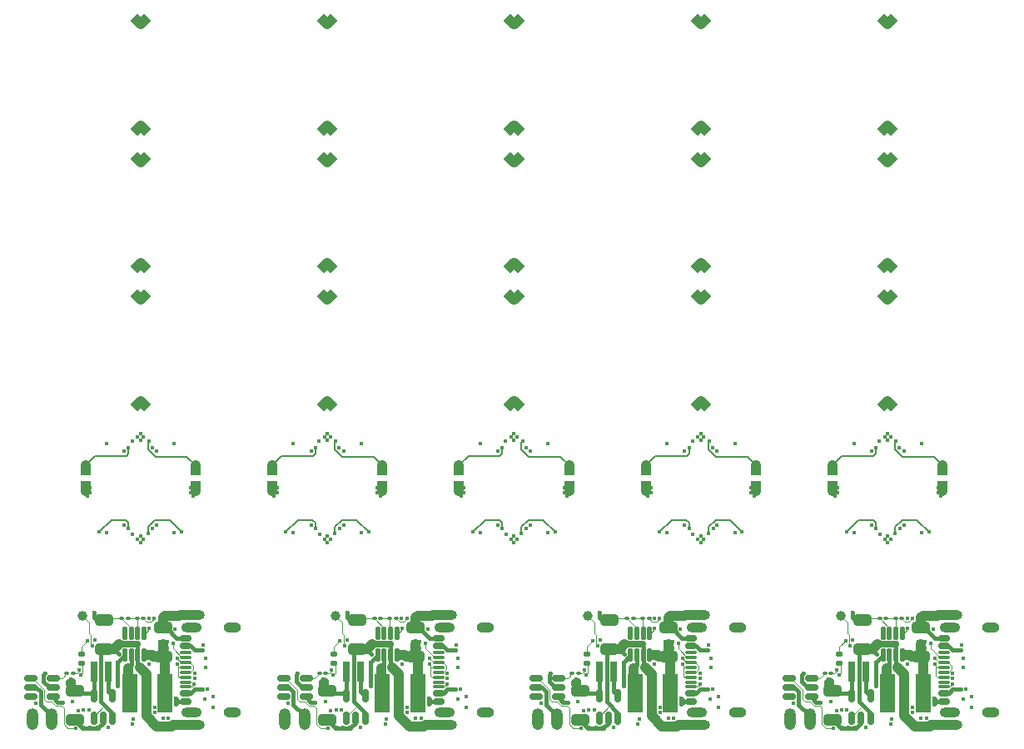
<source format=gbr>
%TF.GenerationSoftware,KiCad,Pcbnew,9.0.3*%
%TF.CreationDate,2025-08-06T20:18:33-04:00*%
%TF.ProjectId,flowstick_main_panel,666c6f77-7374-4696-936b-5f6d61696e5f,rev?*%
%TF.SameCoordinates,Original*%
%TF.FileFunction,Copper,L4,Bot*%
%TF.FilePolarity,Positive*%
%FSLAX46Y46*%
G04 Gerber Fmt 4.6, Leading zero omitted, Abs format (unit mm)*
G04 Created by KiCad (PCBNEW 9.0.3) date 2025-08-06 20:18:33*
%MOMM*%
%LPD*%
G01*
G04 APERTURE LIST*
G04 Aperture macros list*
%AMRoundRect*
0 Rectangle with rounded corners*
0 $1 Rounding radius*
0 $2 $3 $4 $5 $6 $7 $8 $9 X,Y pos of 4 corners*
0 Add a 4 corners polygon primitive as box body*
4,1,4,$2,$3,$4,$5,$6,$7,$8,$9,$2,$3,0*
0 Add four circle primitives for the rounded corners*
1,1,$1+$1,$2,$3*
1,1,$1+$1,$4,$5*
1,1,$1+$1,$6,$7*
1,1,$1+$1,$8,$9*
0 Add four rect primitives between the rounded corners*
20,1,$1+$1,$2,$3,$4,$5,0*
20,1,$1+$1,$4,$5,$6,$7,0*
20,1,$1+$1,$6,$7,$8,$9,0*
20,1,$1+$1,$8,$9,$2,$3,0*%
%AMFreePoly0*
4,1,16,-0.750000,0.499999,0.250000,0.500000,0.356283,0.488573,0.489623,0.438839,0.603553,0.353553,0.688839,0.239624,0.738573,0.106282,0.750000,0.000000,0.738573,-0.106282,0.688839,-0.239624,0.603553,-0.353553,0.489623,-0.438839,0.356283,-0.488573,0.250000,-0.500000,-0.750000,-0.499999,-0.750000,0.499999,-0.750000,0.499999,$1*%
G04 Aperture macros list end*
%TA.AperFunction,ComponentPad*%
%ADD10FreePoly0,315.000000*%
%TD*%
%TA.AperFunction,ComponentPad*%
%ADD11FreePoly0,225.000000*%
%TD*%
%TA.AperFunction,ComponentPad*%
%ADD12FreePoly0,45.000000*%
%TD*%
%TA.AperFunction,ComponentPad*%
%ADD13FreePoly0,135.000000*%
%TD*%
%TA.AperFunction,SMDPad,CuDef*%
%ADD14FreePoly0,270.000000*%
%TD*%
%TA.AperFunction,SMDPad,CuDef*%
%ADD15FreePoly0,90.000000*%
%TD*%
%TA.AperFunction,SMDPad,CuDef*%
%ADD16RoundRect,0.125000X0.125000X-0.537500X0.125000X0.537500X-0.125000X0.537500X-0.125000X-0.537500X0*%
%TD*%
%TA.AperFunction,SMDPad,CuDef*%
%ADD17O,2.000000X1.000000*%
%TD*%
%TA.AperFunction,SMDPad,CuDef*%
%ADD18RoundRect,0.100000X0.130000X0.100000X-0.130000X0.100000X-0.130000X-0.100000X0.130000X-0.100000X0*%
%TD*%
%TA.AperFunction,SMDPad,CuDef*%
%ADD19RoundRect,0.150000X-0.512500X-0.150000X0.512500X-0.150000X0.512500X0.150000X-0.512500X0.150000X0*%
%TD*%
%TA.AperFunction,SMDPad,CuDef*%
%ADD20RoundRect,0.250000X0.650000X-0.325000X0.650000X0.325000X-0.650000X0.325000X-0.650000X-0.325000X0*%
%TD*%
%TA.AperFunction,SMDPad,CuDef*%
%ADD21R,1.500000X4.000000*%
%TD*%
%TA.AperFunction,SMDPad,CuDef*%
%ADD22C,1.000000*%
%TD*%
%TA.AperFunction,SMDPad,CuDef*%
%ADD23RoundRect,0.140000X0.170000X-0.140000X0.170000X0.140000X-0.170000X0.140000X-0.170000X-0.140000X0*%
%TD*%
%TA.AperFunction,SMDPad,CuDef*%
%ADD24RoundRect,0.150000X-0.425000X0.150000X-0.425000X-0.150000X0.425000X-0.150000X0.425000X0.150000X0*%
%TD*%
%TA.AperFunction,SMDPad,CuDef*%
%ADD25RoundRect,0.075000X-0.500000X0.075000X-0.500000X-0.075000X0.500000X-0.075000X0.500000X0.075000X0*%
%TD*%
%TA.AperFunction,HeatsinkPad*%
%ADD26O,1.800000X1.000000*%
%TD*%
%TA.AperFunction,HeatsinkPad*%
%ADD27O,2.100000X1.000000*%
%TD*%
%TA.AperFunction,SMDPad,CuDef*%
%ADD28RoundRect,0.150000X0.150000X-0.512500X0.150000X0.512500X-0.150000X0.512500X-0.150000X-0.512500X0*%
%TD*%
%TA.AperFunction,SMDPad,CuDef*%
%ADD29R,0.700000X2.000000*%
%TD*%
%TA.AperFunction,ComponentPad*%
%ADD30O,1.200000X2.200000*%
%TD*%
%TA.AperFunction,ComponentPad*%
%ADD31C,1.200000*%
%TD*%
%TA.AperFunction,SMDPad,CuDef*%
%ADD32RoundRect,0.250000X-0.650000X0.325000X-0.650000X-0.325000X0.650000X-0.325000X0.650000X0.325000X0*%
%TD*%
%TA.AperFunction,SMDPad,CuDef*%
%ADD33RoundRect,0.100000X-0.130000X-0.100000X0.130000X-0.100000X0.130000X0.100000X-0.130000X0.100000X0*%
%TD*%
%TA.AperFunction,ViaPad*%
%ADD34C,0.420000*%
%TD*%
%TA.AperFunction,Conductor*%
%ADD35C,0.200000*%
%TD*%
%TA.AperFunction,Conductor*%
%ADD36C,1.000000*%
%TD*%
%TA.AperFunction,Conductor*%
%ADD37C,0.110000*%
%TD*%
%TA.AperFunction,Conductor*%
%ADD38C,0.400000*%
%TD*%
%TA.AperFunction,Conductor*%
%ADD39C,0.700000*%
%TD*%
G04 APERTURE END LIST*
D10*
%TO.P,REF\u002A\u002A,1*%
%TO.N,N/C*%
X183823227Y-70473247D03*
D11*
X184176781Y-70473247D03*
D12*
X183823227Y-81126801D03*
D13*
X184176781Y-81126801D03*
%TD*%
D14*
%TO.P,J4,1,Pin_1*%
%TO.N,GND*%
X189600000Y-117850012D03*
%TD*%
D15*
%TO.P,J3,1,Pin_1*%
%TO.N,/LED_DAT*%
X178400000Y-115750012D03*
%TD*%
D14*
%TO.P,J1,1,Pin_1*%
%TO.N,+5V*%
X178400000Y-117850012D03*
%TD*%
D15*
%TO.P,J2,1,Pin_1*%
%TO.N,/LED_CLK*%
X189600000Y-115750012D03*
%TD*%
D11*
%TO.P,REF\u002A\u002A,1*%
%TO.N,N/C*%
X184176777Y-84473235D03*
D10*
X183823223Y-84473235D03*
D12*
X183823223Y-95126789D03*
D13*
X184176777Y-95126789D03*
%TD*%
D10*
%TO.P,REF\u002A\u002A,1*%
%TO.N,N/C*%
X183823223Y-98473235D03*
D11*
X184176777Y-98473235D03*
D12*
X183823223Y-109126789D03*
D13*
X184176777Y-109126789D03*
%TD*%
D10*
%TO.P,REF\u002A\u002A,1*%
%TO.N,N/C*%
X164823227Y-70473235D03*
D11*
X165176781Y-70473235D03*
D12*
X164823227Y-81126789D03*
D13*
X165176781Y-81126789D03*
%TD*%
D15*
%TO.P,J2,1,Pin_1*%
%TO.N,/LED_CLK*%
X170600000Y-115750000D03*
%TD*%
D14*
%TO.P,J1,1,Pin_1*%
%TO.N,+5V*%
X159400000Y-117850000D03*
%TD*%
%TO.P,J4,1,Pin_1*%
%TO.N,GND*%
X170600000Y-117850000D03*
%TD*%
D15*
%TO.P,J3,1,Pin_1*%
%TO.N,/LED_DAT*%
X159400000Y-115750000D03*
%TD*%
D16*
%TO.P,U2,1,IN*%
%TO.N,+BATT*%
X185475000Y-134837500D03*
%TO.P,U2,2,OUT*%
%TO.N,+5V*%
X184825000Y-134837500D03*
%TO.P,U2,3,SW*%
%TO.N,Net-(U2-SW)*%
X184175000Y-134837500D03*
%TO.P,U2,4,PGND*%
%TO.N,GND*%
X183525000Y-134837500D03*
%TO.P,U2,5*%
%TO.N,N/C*%
X183525000Y-132562500D03*
%TO.P,U2,6,AGND*%
%TO.N,GND*%
X184175000Y-132562500D03*
%TO.P,U2,7,FB*%
%TO.N,Net-(U2-FB)*%
X184825000Y-132562500D03*
%TO.P,U2,8,EN*%
%TO.N,Net-(D1A-K)*%
X185475000Y-132562500D03*
%TD*%
D17*
%TO.P,J5,1,Pin_1*%
%TO.N,GND*%
X190600000Y-130700000D03*
%TD*%
D18*
%TO.P,R6,1*%
%TO.N,Net-(U2-FB)*%
X183820000Y-131100000D03*
%TO.P,R6,2*%
%TO.N,GND*%
X183180000Y-131100000D03*
%TD*%
D19*
%TO.P,U4,1,TS*%
%TO.N,unconnected-(U4-TS-Pad1)*%
X173962500Y-139050000D03*
%TO.P,U4,2,OUT*%
%TO.N,+BATT*%
X173962500Y-138100000D03*
%TO.P,U4,3,~{CHG}*%
%TO.N,/CHG_SENSE*%
X173962500Y-137150000D03*
%TO.P,U4,4,ISET*%
%TO.N,Net-(U4-ISET)*%
X176237500Y-137150000D03*
%TO.P,U4,5,GND*%
%TO.N,GND*%
X176237500Y-138100000D03*
%TO.P,U4,6,VIN*%
%TO.N,VBUS*%
X176237500Y-139050000D03*
%TD*%
D20*
%TO.P,C10,1*%
%TO.N,+5V*%
X181400000Y-134200000D03*
%TO.P,C10,2*%
%TO.N,GND*%
X181400000Y-131250000D03*
%TD*%
D21*
%TO.P,L3,1,1*%
%TO.N,+BATT*%
X187600000Y-138700000D03*
%TO.P,L3,2,2*%
%TO.N,Net-(U2-SW)*%
X184000000Y-138700000D03*
%TD*%
D22*
%TO.P,TP1,1,1*%
%TO.N,Net-(U1-GPIO0)*%
X179200000Y-130800000D03*
%TD*%
D17*
%TO.P,J2,1,Pin_1*%
%TO.N,+5V*%
X190600000Y-141900000D03*
%TD*%
D23*
%TO.P,C1,1*%
%TO.N,+3.3V*%
X179100000Y-135680000D03*
%TO.P,C1,2*%
%TO.N,GND*%
X179100000Y-134720000D03*
%TD*%
D24*
%TO.P,J1,A1,GND*%
%TO.N,GND*%
X189720000Y-133100000D03*
%TO.P,J1,A4,VBUS*%
%TO.N,VBUS*%
X189720000Y-133900000D03*
D25*
%TO.P,J1,A5,CC1*%
%TO.N,Net-(J1-CC1)*%
X189720000Y-135050000D03*
%TO.P,J1,A6,D+*%
%TO.N,/USBDP*%
X189720000Y-136050000D03*
%TO.P,J1,A7,D-*%
%TO.N,/USBDM*%
X189720000Y-136550000D03*
%TO.P,J1,A8,SBU1*%
%TO.N,unconnected-(J1-SBU1-PadA8)*%
X189720000Y-137550000D03*
D24*
%TO.P,J1,A9,VBUS*%
%TO.N,VBUS*%
X189720000Y-138700000D03*
%TO.P,J1,A12,GND*%
%TO.N,GND*%
X189720000Y-139500000D03*
%TO.P,J1,B1,GND*%
X189720000Y-139500000D03*
%TO.P,J1,B4,VBUS*%
%TO.N,VBUS*%
X189720000Y-138700000D03*
D25*
%TO.P,J1,B5,CC2*%
%TO.N,Net-(J1-CC2)*%
X189720000Y-138050000D03*
%TO.P,J1,B6,D+*%
%TO.N,/USBDP*%
X189720000Y-137050000D03*
%TO.P,J1,B7,D-*%
%TO.N,/USBDM*%
X189720000Y-135550000D03*
%TO.P,J1,B8,SBU2*%
%TO.N,unconnected-(J1-SBU2-PadB8)*%
X189720000Y-134550000D03*
D24*
%TO.P,J1,B9,VBUS*%
%TO.N,VBUS*%
X189720000Y-133900000D03*
%TO.P,J1,B12,GND*%
%TO.N,GND*%
X189720000Y-133100000D03*
D26*
%TO.P,J1,S1,SHIELD*%
%TO.N,unconnected-(J1-SHIELD-PadS1)_1*%
X194475000Y-131980000D03*
D27*
%TO.N,unconnected-(J1-SHIELD-PadS1)_3*%
X190295000Y-131980000D03*
D26*
%TO.N,unconnected-(J1-SHIELD-PadS1)_2*%
X194475000Y-140620000D03*
D27*
%TO.N,unconnected-(J1-SHIELD-PadS1)*%
X190295000Y-140620000D03*
%TD*%
D28*
%TO.P,U3,1,Vin*%
%TO.N,+5V*%
X182250000Y-141237500D03*
%TO.P,U3,2,GND*%
%TO.N,GND*%
X181300000Y-141237500D03*
%TO.P,U3,3,EN*%
%TO.N,+5V*%
X180350000Y-141237500D03*
%TO.P,U3,4,FB*%
%TO.N,+3.3V*%
X180350000Y-138962500D03*
%TO.P,U3,5,SW*%
%TO.N,Net-(U3-SW)*%
X182250000Y-138962500D03*
%TD*%
D29*
%TO.P,L4,1,1*%
%TO.N,Net-(U3-SW)*%
X181800000Y-136525000D03*
%TO.P,L4,2,2*%
%TO.N,+3.3V*%
X180350000Y-136525000D03*
%TD*%
D20*
%TO.P,C9,1*%
%TO.N,+BATT*%
X187400000Y-134975000D03*
%TO.P,C9,2*%
%TO.N,GND*%
X187400000Y-132025000D03*
%TD*%
D18*
%TO.P,R5,1*%
%TO.N,+5V*%
X185420000Y-131100000D03*
%TO.P,R5,2*%
%TO.N,Net-(U2-FB)*%
X184780000Y-131100000D03*
%TD*%
D30*
%TO.P,BT1,1,+*%
%TO.N,+BATT*%
X176100000Y-141300000D03*
D31*
X176100000Y-141800000D03*
D30*
%TO.P,BT1,2,-*%
%TO.N,GND*%
X174100000Y-141300000D03*
D31*
X174100000Y-141800000D03*
%TD*%
D32*
%TO.P,C12,1*%
%TO.N,+3.3V*%
X178400000Y-138425000D03*
%TO.P,C12,2*%
%TO.N,GND*%
X178400000Y-141375000D03*
%TD*%
D33*
%TO.P,R12,1*%
%TO.N,Net-(U4-ISET)*%
X177600000Y-136700000D03*
%TO.P,R12,2*%
%TO.N,GND*%
X178240000Y-136700000D03*
%TD*%
D10*
%TO.P,REF\u002A\u002A,1*%
%TO.N,N/C*%
X164823223Y-98473223D03*
D11*
X165176777Y-98473223D03*
D12*
X164823223Y-109126777D03*
D13*
X165176777Y-109126777D03*
%TD*%
D11*
%TO.P,REF\u002A\u002A,1*%
%TO.N,N/C*%
X165176777Y-84473223D03*
D10*
X164823223Y-84473223D03*
D12*
X164823223Y-95126777D03*
D13*
X165176777Y-95126777D03*
%TD*%
D17*
%TO.P,J2,1,Pin_1*%
%TO.N,+5V*%
X164900000Y-141900000D03*
%TD*%
D16*
%TO.P,U2,1,IN*%
%TO.N,+BATT*%
X159775000Y-134837500D03*
%TO.P,U2,2,OUT*%
%TO.N,+5V*%
X159125000Y-134837500D03*
%TO.P,U2,3,SW*%
%TO.N,Net-(U2-SW)*%
X158475000Y-134837500D03*
%TO.P,U2,4,PGND*%
%TO.N,GND*%
X157825000Y-134837500D03*
%TO.P,U2,5*%
%TO.N,N/C*%
X157825000Y-132562500D03*
%TO.P,U2,6,AGND*%
%TO.N,GND*%
X158475000Y-132562500D03*
%TO.P,U2,7,FB*%
%TO.N,Net-(U2-FB)*%
X159125000Y-132562500D03*
%TO.P,U2,8,EN*%
%TO.N,Net-(D1A-K)*%
X159775000Y-132562500D03*
%TD*%
D17*
%TO.P,J5,1,Pin_1*%
%TO.N,GND*%
X164900000Y-130700000D03*
%TD*%
D24*
%TO.P,J1,A1,GND*%
%TO.N,GND*%
X164020000Y-133100000D03*
%TO.P,J1,A4,VBUS*%
%TO.N,VBUS*%
X164020000Y-133900000D03*
D25*
%TO.P,J1,A5,CC1*%
%TO.N,Net-(J1-CC1)*%
X164020000Y-135050000D03*
%TO.P,J1,A6,D+*%
%TO.N,/USBDP*%
X164020000Y-136050000D03*
%TO.P,J1,A7,D-*%
%TO.N,/USBDM*%
X164020000Y-136550000D03*
%TO.P,J1,A8,SBU1*%
%TO.N,unconnected-(J1-SBU1-PadA8)*%
X164020000Y-137550000D03*
D24*
%TO.P,J1,A9,VBUS*%
%TO.N,VBUS*%
X164020000Y-138700000D03*
%TO.P,J1,A12,GND*%
%TO.N,GND*%
X164020000Y-139500000D03*
%TO.P,J1,B1,GND*%
X164020000Y-139500000D03*
%TO.P,J1,B4,VBUS*%
%TO.N,VBUS*%
X164020000Y-138700000D03*
D25*
%TO.P,J1,B5,CC2*%
%TO.N,Net-(J1-CC2)*%
X164020000Y-138050000D03*
%TO.P,J1,B6,D+*%
%TO.N,/USBDP*%
X164020000Y-137050000D03*
%TO.P,J1,B7,D-*%
%TO.N,/USBDM*%
X164020000Y-135550000D03*
%TO.P,J1,B8,SBU2*%
%TO.N,unconnected-(J1-SBU2-PadB8)*%
X164020000Y-134550000D03*
D24*
%TO.P,J1,B9,VBUS*%
%TO.N,VBUS*%
X164020000Y-133900000D03*
%TO.P,J1,B12,GND*%
%TO.N,GND*%
X164020000Y-133100000D03*
D26*
%TO.P,J1,S1,SHIELD*%
%TO.N,unconnected-(J1-SHIELD-PadS1)_1*%
X168775000Y-131980000D03*
D27*
%TO.N,unconnected-(J1-SHIELD-PadS1)_3*%
X164595000Y-131980000D03*
D26*
%TO.N,unconnected-(J1-SHIELD-PadS1)_2*%
X168775000Y-140620000D03*
D27*
%TO.N,unconnected-(J1-SHIELD-PadS1)*%
X164595000Y-140620000D03*
%TD*%
D22*
%TO.P,TP1,1,1*%
%TO.N,Net-(U1-GPIO0)*%
X153500000Y-130800000D03*
%TD*%
D33*
%TO.P,R12,1*%
%TO.N,Net-(U4-ISET)*%
X151900000Y-136700000D03*
%TO.P,R12,2*%
%TO.N,GND*%
X152540000Y-136700000D03*
%TD*%
D32*
%TO.P,C12,1*%
%TO.N,+3.3V*%
X152700000Y-138425000D03*
%TO.P,C12,2*%
%TO.N,GND*%
X152700000Y-141375000D03*
%TD*%
D30*
%TO.P,BT1,1,+*%
%TO.N,+BATT*%
X150400000Y-141300000D03*
D31*
X150400000Y-141800000D03*
D30*
%TO.P,BT1,2,-*%
%TO.N,GND*%
X148400000Y-141300000D03*
D31*
X148400000Y-141800000D03*
%TD*%
D18*
%TO.P,R5,1*%
%TO.N,+5V*%
X159720000Y-131100000D03*
%TO.P,R5,2*%
%TO.N,Net-(U2-FB)*%
X159080000Y-131100000D03*
%TD*%
D20*
%TO.P,C9,1*%
%TO.N,+BATT*%
X161700000Y-134975000D03*
%TO.P,C9,2*%
%TO.N,GND*%
X161700000Y-132025000D03*
%TD*%
D29*
%TO.P,L4,1,1*%
%TO.N,Net-(U3-SW)*%
X156100000Y-136525000D03*
%TO.P,L4,2,2*%
%TO.N,+3.3V*%
X154650000Y-136525000D03*
%TD*%
D28*
%TO.P,U3,1,Vin*%
%TO.N,+5V*%
X156550000Y-141237500D03*
%TO.P,U3,2,GND*%
%TO.N,GND*%
X155600000Y-141237500D03*
%TO.P,U3,3,EN*%
%TO.N,+5V*%
X154650000Y-141237500D03*
%TO.P,U3,4,FB*%
%TO.N,+3.3V*%
X154650000Y-138962500D03*
%TO.P,U3,5,SW*%
%TO.N,Net-(U3-SW)*%
X156550000Y-138962500D03*
%TD*%
D23*
%TO.P,C1,1*%
%TO.N,+3.3V*%
X153400000Y-135680000D03*
%TO.P,C1,2*%
%TO.N,GND*%
X153400000Y-134720000D03*
%TD*%
D19*
%TO.P,U4,1,TS*%
%TO.N,unconnected-(U4-TS-Pad1)*%
X148262500Y-139050000D03*
%TO.P,U4,2,OUT*%
%TO.N,+BATT*%
X148262500Y-138100000D03*
%TO.P,U4,3,~{CHG}*%
%TO.N,/CHG_SENSE*%
X148262500Y-137150000D03*
%TO.P,U4,4,ISET*%
%TO.N,Net-(U4-ISET)*%
X150537500Y-137150000D03*
%TO.P,U4,5,GND*%
%TO.N,GND*%
X150537500Y-138100000D03*
%TO.P,U4,6,VIN*%
%TO.N,VBUS*%
X150537500Y-139050000D03*
%TD*%
D21*
%TO.P,L3,1,1*%
%TO.N,+BATT*%
X161900000Y-138700000D03*
%TO.P,L3,2,2*%
%TO.N,Net-(U2-SW)*%
X158300000Y-138700000D03*
%TD*%
D20*
%TO.P,C10,1*%
%TO.N,+5V*%
X155700000Y-134200000D03*
%TO.P,C10,2*%
%TO.N,GND*%
X155700000Y-131250000D03*
%TD*%
D18*
%TO.P,R6,1*%
%TO.N,Net-(U2-FB)*%
X158120000Y-131100000D03*
%TO.P,R6,2*%
%TO.N,GND*%
X157480000Y-131100000D03*
%TD*%
D10*
%TO.P,REF\u002A\u002A,1*%
%TO.N,N/C*%
X145823223Y-98473223D03*
D11*
X146176777Y-98473223D03*
D12*
X145823223Y-109126777D03*
D13*
X146176777Y-109126777D03*
%TD*%
D11*
%TO.P,REF\u002A\u002A,1*%
%TO.N,N/C*%
X146176777Y-84473223D03*
D10*
X145823223Y-84473223D03*
D12*
X145823223Y-95126777D03*
D13*
X146176777Y-95126777D03*
%TD*%
D10*
%TO.P,REF\u002A\u002A,1*%
%TO.N,N/C*%
X145823227Y-70473235D03*
D11*
X146176781Y-70473235D03*
D12*
X145823227Y-81126789D03*
D13*
X146176781Y-81126789D03*
%TD*%
D15*
%TO.P,J3,1,Pin_1*%
%TO.N,/LED_DAT*%
X140400000Y-115750000D03*
%TD*%
D14*
%TO.P,J4,1,Pin_1*%
%TO.N,GND*%
X151600000Y-117850000D03*
%TD*%
%TO.P,J1,1,Pin_1*%
%TO.N,+5V*%
X140400000Y-117850000D03*
%TD*%
D15*
%TO.P,J2,1,Pin_1*%
%TO.N,/LED_CLK*%
X151600000Y-115750000D03*
%TD*%
D10*
%TO.P,REF\u002A\u002A,1*%
%TO.N,N/C*%
X126823223Y-70473223D03*
D11*
X127176777Y-70473223D03*
D12*
X126823223Y-81126777D03*
D13*
X127176777Y-81126777D03*
%TD*%
D11*
%TO.P,REF\u002A\u002A,1*%
%TO.N,N/C*%
X127176773Y-84473211D03*
D10*
X126823219Y-84473211D03*
D12*
X126823219Y-95126765D03*
D13*
X127176773Y-95126765D03*
%TD*%
D10*
%TO.P,REF\u002A\u002A,1*%
%TO.N,N/C*%
X126823219Y-98473211D03*
D11*
X127176773Y-98473211D03*
D12*
X126823219Y-109126765D03*
D13*
X127176773Y-109126765D03*
%TD*%
D32*
%TO.P,C12,1*%
%TO.N,+3.3V*%
X127000000Y-138425000D03*
%TO.P,C12,2*%
%TO.N,GND*%
X127000000Y-141375000D03*
%TD*%
D18*
%TO.P,R6,1*%
%TO.N,Net-(U2-FB)*%
X132420000Y-131100000D03*
%TO.P,R6,2*%
%TO.N,GND*%
X131780000Y-131100000D03*
%TD*%
%TO.P,R5,1*%
%TO.N,+5V*%
X134020000Y-131100000D03*
%TO.P,R5,2*%
%TO.N,Net-(U2-FB)*%
X133380000Y-131100000D03*
%TD*%
D16*
%TO.P,U2,1,IN*%
%TO.N,+BATT*%
X134075000Y-134837500D03*
%TO.P,U2,2,OUT*%
%TO.N,+5V*%
X133425000Y-134837500D03*
%TO.P,U2,3,SW*%
%TO.N,Net-(U2-SW)*%
X132775000Y-134837500D03*
%TO.P,U2,4,PGND*%
%TO.N,GND*%
X132125000Y-134837500D03*
%TO.P,U2,5*%
%TO.N,N/C*%
X132125000Y-132562500D03*
%TO.P,U2,6,AGND*%
%TO.N,GND*%
X132775000Y-132562500D03*
%TO.P,U2,7,FB*%
%TO.N,Net-(U2-FB)*%
X133425000Y-132562500D03*
%TO.P,U2,8,EN*%
%TO.N,Net-(D1A-K)*%
X134075000Y-132562500D03*
%TD*%
D20*
%TO.P,C10,1*%
%TO.N,+5V*%
X130000000Y-134200000D03*
%TO.P,C10,2*%
%TO.N,GND*%
X130000000Y-131250000D03*
%TD*%
D21*
%TO.P,L3,1,1*%
%TO.N,+BATT*%
X136200000Y-138700000D03*
%TO.P,L3,2,2*%
%TO.N,Net-(U2-SW)*%
X132600000Y-138700000D03*
%TD*%
D19*
%TO.P,U4,1,TS*%
%TO.N,unconnected-(U4-TS-Pad1)*%
X122562500Y-139050000D03*
%TO.P,U4,2,OUT*%
%TO.N,+BATT*%
X122562500Y-138100000D03*
%TO.P,U4,3,~{CHG}*%
%TO.N,/CHG_SENSE*%
X122562500Y-137150000D03*
%TO.P,U4,4,ISET*%
%TO.N,Net-(U4-ISET)*%
X124837500Y-137150000D03*
%TO.P,U4,5,GND*%
%TO.N,GND*%
X124837500Y-138100000D03*
%TO.P,U4,6,VIN*%
%TO.N,VBUS*%
X124837500Y-139050000D03*
%TD*%
D23*
%TO.P,C1,1*%
%TO.N,+3.3V*%
X127700000Y-135680000D03*
%TO.P,C1,2*%
%TO.N,GND*%
X127700000Y-134720000D03*
%TD*%
D33*
%TO.P,R12,1*%
%TO.N,Net-(U4-ISET)*%
X126200000Y-136700000D03*
%TO.P,R12,2*%
%TO.N,GND*%
X126840000Y-136700000D03*
%TD*%
D30*
%TO.P,BT1,1,+*%
%TO.N,+BATT*%
X124700000Y-141300000D03*
D31*
X124700000Y-141800000D03*
D30*
%TO.P,BT1,2,-*%
%TO.N,GND*%
X122700000Y-141300000D03*
D31*
X122700000Y-141800000D03*
%TD*%
D28*
%TO.P,U3,1,Vin*%
%TO.N,+5V*%
X130850000Y-141237500D03*
%TO.P,U3,2,GND*%
%TO.N,GND*%
X129900000Y-141237500D03*
%TO.P,U3,3,EN*%
%TO.N,+5V*%
X128950000Y-141237500D03*
%TO.P,U3,4,FB*%
%TO.N,+3.3V*%
X128950000Y-138962500D03*
%TO.P,U3,5,SW*%
%TO.N,Net-(U3-SW)*%
X130850000Y-138962500D03*
%TD*%
D29*
%TO.P,L4,1,1*%
%TO.N,Net-(U3-SW)*%
X130400000Y-136525000D03*
%TO.P,L4,2,2*%
%TO.N,+3.3V*%
X128950000Y-136525000D03*
%TD*%
D20*
%TO.P,C9,1*%
%TO.N,+BATT*%
X136000000Y-134975000D03*
%TO.P,C9,2*%
%TO.N,GND*%
X136000000Y-132025000D03*
%TD*%
D24*
%TO.P,J1,A1,GND*%
%TO.N,GND*%
X138320000Y-133100000D03*
%TO.P,J1,A4,VBUS*%
%TO.N,VBUS*%
X138320000Y-133900000D03*
D25*
%TO.P,J1,A5,CC1*%
%TO.N,Net-(J1-CC1)*%
X138320000Y-135050000D03*
%TO.P,J1,A6,D+*%
%TO.N,/USBDP*%
X138320000Y-136050000D03*
%TO.P,J1,A7,D-*%
%TO.N,/USBDM*%
X138320000Y-136550000D03*
%TO.P,J1,A8,SBU1*%
%TO.N,unconnected-(J1-SBU1-PadA8)*%
X138320000Y-137550000D03*
D24*
%TO.P,J1,A9,VBUS*%
%TO.N,VBUS*%
X138320000Y-138700000D03*
%TO.P,J1,A12,GND*%
%TO.N,GND*%
X138320000Y-139500000D03*
%TO.P,J1,B1,GND*%
X138320000Y-139500000D03*
%TO.P,J1,B4,VBUS*%
%TO.N,VBUS*%
X138320000Y-138700000D03*
D25*
%TO.P,J1,B5,CC2*%
%TO.N,Net-(J1-CC2)*%
X138320000Y-138050000D03*
%TO.P,J1,B6,D+*%
%TO.N,/USBDP*%
X138320000Y-137050000D03*
%TO.P,J1,B7,D-*%
%TO.N,/USBDM*%
X138320000Y-135550000D03*
%TO.P,J1,B8,SBU2*%
%TO.N,unconnected-(J1-SBU2-PadB8)*%
X138320000Y-134550000D03*
D24*
%TO.P,J1,B9,VBUS*%
%TO.N,VBUS*%
X138320000Y-133900000D03*
%TO.P,J1,B12,GND*%
%TO.N,GND*%
X138320000Y-133100000D03*
D26*
%TO.P,J1,S1,SHIELD*%
%TO.N,unconnected-(J1-SHIELD-PadS1)_1*%
X143075000Y-131980000D03*
D27*
%TO.N,unconnected-(J1-SHIELD-PadS1)_3*%
X138895000Y-131980000D03*
D26*
%TO.N,unconnected-(J1-SHIELD-PadS1)_2*%
X143075000Y-140620000D03*
D27*
%TO.N,unconnected-(J1-SHIELD-PadS1)*%
X138895000Y-140620000D03*
%TD*%
D22*
%TO.P,TP1,1,1*%
%TO.N,Net-(U1-GPIO0)*%
X127800000Y-130800000D03*
%TD*%
D17*
%TO.P,J5,1,Pin_1*%
%TO.N,GND*%
X139200000Y-130700000D03*
%TD*%
%TO.P,J2,1,Pin_1*%
%TO.N,+5V*%
X139200000Y-141900000D03*
%TD*%
D15*
%TO.P,J2,1,Pin_1*%
%TO.N,/LED_CLK*%
X132599996Y-115749988D03*
%TD*%
%TO.P,J3,1,Pin_1*%
%TO.N,/LED_DAT*%
X121399996Y-115749988D03*
%TD*%
D14*
%TO.P,J1,1,Pin_1*%
%TO.N,+5V*%
X121399996Y-117849988D03*
%TD*%
%TO.P,J4,1,Pin_1*%
%TO.N,GND*%
X132599996Y-117849988D03*
%TD*%
D10*
%TO.P,REF\u002A\u002A,1*%
%TO.N,N/C*%
X107823223Y-98473223D03*
D11*
X108176777Y-98473223D03*
D12*
X107823223Y-109126777D03*
D13*
X108176777Y-109126777D03*
%TD*%
D11*
%TO.P,REF\u002A\u002A,1*%
%TO.N,N/C*%
X108176777Y-84473223D03*
D10*
X107823223Y-84473223D03*
D12*
X107823223Y-95126777D03*
D13*
X108176777Y-95126777D03*
%TD*%
D30*
%TO.P,BT1,1,+*%
%TO.N,+BATT*%
X99000000Y-141300000D03*
D31*
X99000000Y-141800000D03*
D30*
%TO.P,BT1,2,-*%
%TO.N,GND*%
X97000000Y-141300000D03*
D31*
X97000000Y-141800000D03*
%TD*%
D10*
%TO.P,REF\u002A\u002A,1*%
%TO.N,N/C*%
X107823227Y-70473235D03*
D11*
X108176781Y-70473235D03*
D12*
X107823227Y-81126789D03*
D13*
X108176781Y-81126789D03*
%TD*%
D28*
%TO.P,U3,1,Vin*%
%TO.N,+5V*%
X105150000Y-141237500D03*
%TO.P,U3,2,GND*%
%TO.N,GND*%
X104200000Y-141237500D03*
%TO.P,U3,3,EN*%
%TO.N,+5V*%
X103250000Y-141237500D03*
%TO.P,U3,4,FB*%
%TO.N,+3.3V*%
X103250000Y-138962500D03*
%TO.P,U3,5,SW*%
%TO.N,Net-(U3-SW)*%
X105150000Y-138962500D03*
%TD*%
D24*
%TO.P,J1,A1,GND*%
%TO.N,GND*%
X112620000Y-133100000D03*
%TO.P,J1,A4,VBUS*%
%TO.N,VBUS*%
X112620000Y-133900000D03*
D25*
%TO.P,J1,A5,CC1*%
%TO.N,Net-(J1-CC1)*%
X112620000Y-135050000D03*
%TO.P,J1,A6,D+*%
%TO.N,/USBDP*%
X112620000Y-136050000D03*
%TO.P,J1,A7,D-*%
%TO.N,/USBDM*%
X112620000Y-136550000D03*
%TO.P,J1,A8,SBU1*%
%TO.N,unconnected-(J1-SBU1-PadA8)*%
X112620000Y-137550000D03*
D24*
%TO.P,J1,A9,VBUS*%
%TO.N,VBUS*%
X112620000Y-138700000D03*
%TO.P,J1,A12,GND*%
%TO.N,GND*%
X112620000Y-139500000D03*
%TO.P,J1,B1,GND*%
X112620000Y-139500000D03*
%TO.P,J1,B4,VBUS*%
%TO.N,VBUS*%
X112620000Y-138700000D03*
D25*
%TO.P,J1,B5,CC2*%
%TO.N,Net-(J1-CC2)*%
X112620000Y-138050000D03*
%TO.P,J1,B6,D+*%
%TO.N,/USBDP*%
X112620000Y-137050000D03*
%TO.P,J1,B7,D-*%
%TO.N,/USBDM*%
X112620000Y-135550000D03*
%TO.P,J1,B8,SBU2*%
%TO.N,unconnected-(J1-SBU2-PadB8)*%
X112620000Y-134550000D03*
D24*
%TO.P,J1,B9,VBUS*%
%TO.N,VBUS*%
X112620000Y-133900000D03*
%TO.P,J1,B12,GND*%
%TO.N,GND*%
X112620000Y-133100000D03*
D26*
%TO.P,J1,S1,SHIELD*%
%TO.N,unconnected-(J1-SHIELD-PadS1)_1*%
X117375000Y-131980000D03*
D27*
%TO.N,unconnected-(J1-SHIELD-PadS1)_3*%
X113195000Y-131980000D03*
D26*
%TO.N,unconnected-(J1-SHIELD-PadS1)_2*%
X117375000Y-140620000D03*
D27*
%TO.N,unconnected-(J1-SHIELD-PadS1)*%
X113195000Y-140620000D03*
%TD*%
D23*
%TO.P,C1,1*%
%TO.N,+3.3V*%
X102000000Y-135680000D03*
%TO.P,C1,2*%
%TO.N,GND*%
X102000000Y-134720000D03*
%TD*%
D20*
%TO.P,C9,1*%
%TO.N,+BATT*%
X110300000Y-134975000D03*
%TO.P,C9,2*%
%TO.N,GND*%
X110300000Y-132025000D03*
%TD*%
D16*
%TO.P,U2,1,IN*%
%TO.N,+BATT*%
X108375000Y-134837500D03*
%TO.P,U2,2,OUT*%
%TO.N,+5V*%
X107725000Y-134837500D03*
%TO.P,U2,3,SW*%
%TO.N,Net-(U2-SW)*%
X107075000Y-134837500D03*
%TO.P,U2,4,PGND*%
%TO.N,GND*%
X106425000Y-134837500D03*
%TO.P,U2,5*%
%TO.N,N/C*%
X106425000Y-132562500D03*
%TO.P,U2,6,AGND*%
%TO.N,GND*%
X107075000Y-132562500D03*
%TO.P,U2,7,FB*%
%TO.N,Net-(U2-FB)*%
X107725000Y-132562500D03*
%TO.P,U2,8,EN*%
%TO.N,Net-(D1A-K)*%
X108375000Y-132562500D03*
%TD*%
D19*
%TO.P,U4,1,TS*%
%TO.N,unconnected-(U4-TS-Pad1)*%
X96862500Y-139050000D03*
%TO.P,U4,2,OUT*%
%TO.N,+BATT*%
X96862500Y-138100000D03*
%TO.P,U4,3,~{CHG}*%
%TO.N,/CHG_SENSE*%
X96862500Y-137150000D03*
%TO.P,U4,4,ISET*%
%TO.N,Net-(U4-ISET)*%
X99137500Y-137150000D03*
%TO.P,U4,5,GND*%
%TO.N,GND*%
X99137500Y-138100000D03*
%TO.P,U4,6,VIN*%
%TO.N,VBUS*%
X99137500Y-139050000D03*
%TD*%
D18*
%TO.P,R6,1*%
%TO.N,Net-(U2-FB)*%
X106720000Y-131100000D03*
%TO.P,R6,2*%
%TO.N,GND*%
X106080000Y-131100000D03*
%TD*%
D17*
%TO.P,J5,1,Pin_1*%
%TO.N,GND*%
X113500000Y-130700000D03*
%TD*%
D20*
%TO.P,C10,1*%
%TO.N,+5V*%
X104300000Y-134200000D03*
%TO.P,C10,2*%
%TO.N,GND*%
X104300000Y-131250000D03*
%TD*%
D29*
%TO.P,L4,1,1*%
%TO.N,Net-(U3-SW)*%
X104700000Y-136525000D03*
%TO.P,L4,2,2*%
%TO.N,+3.3V*%
X103250000Y-136525000D03*
%TD*%
D22*
%TO.P,TP1,1,1*%
%TO.N,Net-(U1-GPIO0)*%
X102100000Y-130800000D03*
%TD*%
D33*
%TO.P,R12,1*%
%TO.N,Net-(U4-ISET)*%
X100500000Y-136700000D03*
%TO.P,R12,2*%
%TO.N,GND*%
X101140000Y-136700000D03*
%TD*%
D17*
%TO.P,J2,1,Pin_1*%
%TO.N,+5V*%
X113500000Y-141900000D03*
%TD*%
D18*
%TO.P,R5,1*%
%TO.N,+5V*%
X108320000Y-131100000D03*
%TO.P,R5,2*%
%TO.N,Net-(U2-FB)*%
X107680000Y-131100000D03*
%TD*%
D21*
%TO.P,L3,1,1*%
%TO.N,+BATT*%
X110500000Y-138700000D03*
%TO.P,L3,2,2*%
%TO.N,Net-(U2-SW)*%
X106900000Y-138700000D03*
%TD*%
D32*
%TO.P,C12,1*%
%TO.N,+3.3V*%
X101300000Y-138425000D03*
%TO.P,C12,2*%
%TO.N,GND*%
X101300000Y-141375000D03*
%TD*%
D14*
%TO.P,J1,1,Pin_1*%
%TO.N,+5V*%
X102400000Y-117850000D03*
%TD*%
D15*
%TO.P,J2,1,Pin_1*%
%TO.N,/LED_CLK*%
X113600000Y-115750000D03*
%TD*%
D14*
%TO.P,J4,1,Pin_1*%
%TO.N,GND*%
X113600000Y-117850000D03*
%TD*%
D15*
%TO.P,J3,1,Pin_1*%
%TO.N,/LED_DAT*%
X102400000Y-115750000D03*
%TD*%
D34*
%TO.N,/LED_CLK*%
X184850561Y-113049451D03*
%TO.N,/LED_DAT*%
X185200000Y-113700012D03*
%TO.N,GND*%
X189400000Y-118600012D03*
%TO.N,+5V*%
X183700000Y-123000012D03*
%TO.N,/LED_DAT*%
X179800000Y-122300012D03*
%TO.N,/LED_CLK*%
X183200000Y-122500012D03*
%TO.N,GND*%
X185648645Y-114052444D03*
%TO.N,+5V*%
X178500000Y-117950012D03*
%TO.N,/LED_DAT*%
X178400000Y-115500012D03*
%TO.N,/LED_CLK*%
X189600000Y-115500012D03*
%TO.N,GND*%
X187450000Y-122324936D03*
X180550000Y-122324936D03*
%TO.N,/LED_DAT*%
X182800000Y-113700525D03*
%TO.N,GND*%
X189100000Y-118250012D03*
%TO.N,+5V*%
X184000000Y-112250012D03*
%TO.N,/LED_DAT*%
X185250000Y-121949499D03*
%TO.N,GND*%
X185654430Y-121553364D03*
X182345570Y-114046660D03*
%TO.N,/LED_CLK*%
X184757539Y-122452524D03*
%TO.N,+5V*%
X184000000Y-122660018D03*
X183700000Y-112600012D03*
X184300000Y-123000012D03*
X184300000Y-112600012D03*
X184000000Y-123350012D03*
%TO.N,GND*%
X187450000Y-113275088D03*
%TO.N,/LED_CLK*%
X183149451Y-113049459D03*
%TO.N,/LED_DAT*%
X182800000Y-121900012D03*
%TO.N,+5V*%
X184000000Y-112940006D03*
%TO.N,/LED_CLK*%
X188200000Y-122300012D03*
%TO.N,+5V*%
X178900000Y-117750012D03*
%TO.N,GND*%
X180550000Y-113275088D03*
%TO.N,+5V*%
X178600000Y-118600012D03*
X178900000Y-118250012D03*
%TO.N,GND*%
X189100000Y-117750012D03*
X189500000Y-117950012D03*
X182351355Y-121547580D03*
X163351355Y-121547568D03*
X170100000Y-118250000D03*
X170500000Y-117950000D03*
%TO.N,/LED_DAT*%
X163800000Y-121900000D03*
%TO.N,/LED_CLK*%
X170600000Y-115500000D03*
%TO.N,+5V*%
X159900000Y-118250000D03*
%TO.N,GND*%
X170100000Y-117750000D03*
%TO.N,/LED_DAT*%
X166250000Y-121949487D03*
%TO.N,+5V*%
X159600000Y-118600000D03*
%TO.N,GND*%
X161550000Y-113275076D03*
X161550000Y-122324924D03*
%TO.N,+5V*%
X159900000Y-117750000D03*
%TO.N,/LED_CLK*%
X169200000Y-122300000D03*
%TO.N,+5V*%
X165000000Y-112939994D03*
%TO.N,/LED_CLK*%
X164149451Y-113049447D03*
%TO.N,GND*%
X168450000Y-113275076D03*
%TO.N,/LED_CLK*%
X165850561Y-113049439D03*
%TO.N,+5V*%
X165000000Y-123350000D03*
X165300000Y-112600000D03*
X165300000Y-123000000D03*
X164700000Y-112600000D03*
X165000000Y-122660006D03*
%TO.N,/LED_CLK*%
X165757539Y-122452512D03*
%TO.N,GND*%
X163345570Y-114046648D03*
%TO.N,+5V*%
X164700000Y-123000000D03*
%TO.N,GND*%
X166654430Y-121553352D03*
%TO.N,+5V*%
X165000000Y-112250000D03*
%TO.N,/LED_DAT*%
X163800000Y-113700513D03*
%TO.N,/LED_CLK*%
X164200000Y-122500000D03*
%TO.N,GND*%
X168450000Y-122324924D03*
%TO.N,/LED_DAT*%
X159400000Y-115500000D03*
%TO.N,+5V*%
X159500000Y-117950000D03*
%TO.N,GND*%
X166648645Y-114052432D03*
%TO.N,/LED_DAT*%
X160800000Y-122300000D03*
%TO.N,GND*%
X170400000Y-118600000D03*
%TO.N,/LED_DAT*%
X166200000Y-113700000D03*
%TO.N,+3.3V*%
X186529998Y-140100000D03*
%TO.N,+BATT*%
X187450000Y-133750000D03*
%TO.N,GND*%
X191503942Y-133780289D03*
%TO.N,/BATT_MEASURE*%
X192500000Y-140100000D03*
%TO.N,/BATT_MEASURE_EN*%
X186529998Y-140630003D03*
%TO.N,+5V*%
X182900000Y-134700000D03*
%TO.N,Net-(J1-CC2)*%
X190584457Y-137781058D03*
%TO.N,+BATT*%
X187800000Y-134100000D03*
%TO.N,GND*%
X178825000Y-136300000D03*
%TO.N,VBUS*%
X190900000Y-134300000D03*
%TO.N,Net-(D1A-K)*%
X178200000Y-139500000D03*
%TO.N,GND*%
X175386386Y-136669857D03*
%TO.N,Net-(U1-GPIO0)*%
X180180000Y-133900000D03*
%TO.N,VBUS*%
X191400000Y-134300000D03*
%TO.N,GND*%
X179701000Y-133350000D03*
%TO.N,+BATT*%
X192500000Y-139000000D03*
X187100000Y-134100000D03*
%TO.N,+3.3V*%
X179025000Y-136800000D03*
X178000000Y-137210684D03*
X185980000Y-135700000D03*
X178250000Y-137650000D03*
%TO.N,/USBDP*%
X187400000Y-141229000D03*
%TO.N,GND*%
X180400000Y-131000000D03*
%TO.N,Net-(J1-CC1)*%
X188400000Y-133600000D03*
%TO.N,GND*%
X188100000Y-131100000D03*
X180400000Y-130500000D03*
X185970000Y-131030000D03*
X182800000Y-135600000D03*
%TO.N,Net-(D1A-K)*%
X185996464Y-132100936D03*
%TO.N,GND*%
X182800000Y-137900000D03*
%TO.N,/VREF*%
X191677958Y-139283958D03*
%TO.N,+3.3V*%
X191700000Y-135100000D03*
%TO.N,GND*%
X190607490Y-137201659D03*
X184300000Y-141800000D03*
%TO.N,+3.3V*%
X180451000Y-133300000D03*
X177700000Y-137650000D03*
%TO.N,VBUS*%
X191400000Y-138300000D03*
%TO.N,/USBDM*%
X187929113Y-141198311D03*
%TO.N,/BUTTON*%
X191930003Y-138300000D03*
%TO.N,VBUS*%
X177150000Y-139600000D03*
%TO.N,GND*%
X180700000Y-142200000D03*
%TO.N,VBUS*%
X176690166Y-139591000D03*
%TO.N,GND*%
X188600000Y-131100000D03*
X187600000Y-131100000D03*
X182000979Y-130900703D03*
X182015610Y-131402141D03*
X182800000Y-137100000D03*
X182800000Y-136400000D03*
%TO.N,VBUS*%
X188625000Y-132189609D03*
%TO.N,GND*%
X188700000Y-139784220D03*
%TO.N,+5V*%
X186517313Y-131048395D03*
%TO.N,+3.3V*%
X181800000Y-142135570D03*
%TO.N,/BATT_MEASURE_EN*%
X184403942Y-141280289D03*
%TO.N,GND*%
X191700000Y-136100000D03*
%TO.N,/BATT_MEASURE*%
X179839572Y-140420000D03*
%TO.N,/USBDP*%
X188833021Y-135704226D03*
%TO.N,GND*%
X189100000Y-131100000D03*
X187100000Y-131100000D03*
%TO.N,+BATT*%
X187100000Y-133400000D03*
%TO.N,Net-(D1A-K)*%
X174428875Y-139670000D03*
%TO.N,/BUTTON*%
X178773405Y-140480000D03*
%TO.N,GND*%
X179300000Y-142200000D03*
%TO.N,VBUS*%
X190900000Y-138300000D03*
%TO.N,+BATT*%
X187800000Y-133400000D03*
%TO.N,/USBDM*%
X188827751Y-135174251D03*
%TO.N,GND*%
X180000000Y-142200000D03*
%TO.N,/VREF*%
X179300000Y-140420000D03*
%TO.N,/CHG_SENSE*%
X178500000Y-142270000D03*
%TO.N,+3.3V*%
X190612579Y-136671681D03*
%TO.N,GND*%
X188700000Y-139230332D03*
%TO.N,/USBDM*%
X163127751Y-135174251D03*
%TO.N,GND*%
X163000000Y-139230332D03*
X156300979Y-130900703D03*
%TO.N,VBUS*%
X165700000Y-134300000D03*
%TO.N,Net-(D1A-K)*%
X152500000Y-139500000D03*
%TO.N,+3.3V*%
X164912579Y-136671681D03*
%TO.N,/CHG_SENSE*%
X152800000Y-142270000D03*
%TO.N,Net-(U1-GPIO0)*%
X154480000Y-133900000D03*
%TO.N,VBUS*%
X150990166Y-139591000D03*
%TO.N,/VREF*%
X153600000Y-140420000D03*
%TO.N,GND*%
X154300000Y-142200000D03*
%TO.N,/VREF*%
X165977958Y-139283958D03*
%TO.N,+BATT*%
X162100000Y-133400000D03*
%TO.N,GND*%
X157100000Y-135600000D03*
X155000000Y-142200000D03*
%TO.N,/BUTTON*%
X166230003Y-138300000D03*
%TO.N,/USBDM*%
X162229113Y-141198311D03*
%TO.N,/BUTTON*%
X153073405Y-140480000D03*
%TO.N,VBUS*%
X165200000Y-138300000D03*
%TO.N,GND*%
X153600000Y-142200000D03*
%TO.N,Net-(D1A-K)*%
X148728875Y-139670000D03*
%TO.N,+BATT*%
X161400000Y-133400000D03*
%TO.N,GND*%
X161400000Y-131100000D03*
X163400000Y-131100000D03*
%TO.N,/USBDP*%
X163133021Y-135704226D03*
%TO.N,/BATT_MEASURE*%
X154139572Y-140420000D03*
%TO.N,GND*%
X166000000Y-136100000D03*
%TO.N,/BATT_MEASURE_EN*%
X158703942Y-141280289D03*
%TO.N,+3.3V*%
X156100000Y-142135570D03*
%TO.N,+5V*%
X160817313Y-131048395D03*
%TO.N,GND*%
X163000000Y-139784220D03*
X162400000Y-131100000D03*
%TO.N,VBUS*%
X162925000Y-132189609D03*
%TO.N,GND*%
X157100000Y-136400000D03*
X157100000Y-137100000D03*
X156315610Y-131402141D03*
X161900000Y-131100000D03*
X162900000Y-131100000D03*
%TO.N,VBUS*%
X151450000Y-139600000D03*
X165700000Y-138300000D03*
%TO.N,+3.3V*%
X152000000Y-137650000D03*
X152550000Y-137650000D03*
X154751000Y-133300000D03*
%TO.N,GND*%
X149686386Y-136669857D03*
X158600000Y-141800000D03*
X164907490Y-137201659D03*
%TO.N,+3.3V*%
X166000000Y-135100000D03*
%TO.N,GND*%
X154700000Y-131000000D03*
X157100000Y-137900000D03*
%TO.N,Net-(D1A-K)*%
X160296464Y-132100936D03*
%TO.N,GND*%
X160270000Y-131030000D03*
%TO.N,/BATT_MEASURE*%
X166800000Y-140100000D03*
%TO.N,GND*%
X154700000Y-130500000D03*
%TO.N,Net-(J1-CC1)*%
X162700000Y-133600000D03*
%TO.N,/USBDP*%
X161700000Y-141229000D03*
%TO.N,Net-(J1-CC2)*%
X164884457Y-137781058D03*
%TO.N,+3.3V*%
X160280000Y-135700000D03*
X152300000Y-137210684D03*
%TO.N,/BATT_MEASURE_EN*%
X160829998Y-140630003D03*
%TO.N,+3.3V*%
X153325000Y-136800000D03*
%TO.N,+BATT*%
X161400000Y-134100000D03*
X166800000Y-139000000D03*
%TO.N,GND*%
X165803942Y-133780289D03*
X154001000Y-133350000D03*
%TO.N,VBUS*%
X165200000Y-134300000D03*
%TO.N,GND*%
X153125000Y-136300000D03*
%TO.N,+BATT*%
X162100000Y-134100000D03*
%TO.N,+5V*%
X157200000Y-134700000D03*
%TO.N,+BATT*%
X161750000Y-133750000D03*
%TO.N,+3.3V*%
X160829998Y-140100000D03*
%TO.N,GND*%
X149450000Y-113275076D03*
X147648645Y-114052432D03*
%TO.N,/LED_DAT*%
X147200000Y-113700000D03*
%TO.N,GND*%
X151400000Y-118600000D03*
%TO.N,/LED_CLK*%
X146757539Y-122452512D03*
%TO.N,+5V*%
X145700000Y-112600000D03*
%TO.N,/LED_DAT*%
X141800000Y-122300000D03*
%TO.N,/LED_CLK*%
X146850561Y-113049439D03*
X151600000Y-115500000D03*
%TO.N,+5V*%
X146000000Y-112939994D03*
X140500000Y-117950000D03*
%TO.N,/LED_DAT*%
X140400000Y-115500000D03*
%TO.N,GND*%
X147654430Y-121553352D03*
%TO.N,+5V*%
X145700000Y-123000000D03*
%TO.N,GND*%
X149450000Y-122324924D03*
%TO.N,/LED_CLK*%
X145200000Y-122500000D03*
%TO.N,/LED_DAT*%
X144800000Y-113700513D03*
%TO.N,/LED_CLK*%
X145149451Y-113049447D03*
X150200000Y-122300000D03*
%TO.N,+5V*%
X146000000Y-112250000D03*
%TO.N,GND*%
X144345570Y-114046648D03*
%TO.N,+5V*%
X146000000Y-122660006D03*
X146300000Y-123000000D03*
X146300000Y-112600000D03*
X146000000Y-123350000D03*
%TO.N,/LED_DAT*%
X144800000Y-121900000D03*
%TO.N,+5V*%
X140900000Y-117750000D03*
%TO.N,GND*%
X142550000Y-122324924D03*
%TO.N,/LED_DAT*%
X147250000Y-121949487D03*
%TO.N,GND*%
X142550000Y-113275076D03*
%TO.N,+5V*%
X140600000Y-118600000D03*
%TO.N,GND*%
X151100000Y-117750000D03*
%TO.N,+5V*%
X140900000Y-118250000D03*
%TO.N,GND*%
X151500000Y-117950000D03*
X151100000Y-118250000D03*
X144351355Y-121547568D03*
%TO.N,+3.3V*%
X135129998Y-140100000D03*
%TO.N,+BATT*%
X136050000Y-133750000D03*
%TO.N,+3.3V*%
X130400000Y-142135570D03*
%TO.N,/BATT_MEASURE_EN*%
X135129998Y-140630003D03*
%TO.N,+5V*%
X131500000Y-134700000D03*
%TO.N,+BATT*%
X136400000Y-134100000D03*
%TO.N,GND*%
X127425000Y-136300000D03*
X130600979Y-130900703D03*
%TO.N,VBUS*%
X139500000Y-134300000D03*
%TO.N,GND*%
X128301000Y-133350000D03*
%TO.N,+3.3V*%
X140300000Y-135100000D03*
%TO.N,GND*%
X140103942Y-133780289D03*
X137300000Y-139784220D03*
%TO.N,VBUS*%
X125750000Y-139600000D03*
%TO.N,+BATT*%
X141100000Y-139000000D03*
X135700000Y-134100000D03*
%TO.N,+3.3V*%
X127625000Y-136800000D03*
X126600000Y-137210684D03*
X126300000Y-137650000D03*
X134580000Y-135700000D03*
%TO.N,Net-(J1-CC2)*%
X139184457Y-137781058D03*
%TO.N,/USBDP*%
X136000000Y-141229000D03*
%TO.N,Net-(D1A-K)*%
X134596464Y-132100936D03*
%TO.N,Net-(J1-CC1)*%
X137000000Y-133600000D03*
%TO.N,GND*%
X129000000Y-130500000D03*
%TO.N,/BATT_MEASURE*%
X141100000Y-140100000D03*
%TO.N,GND*%
X134570000Y-131030000D03*
X131400000Y-137900000D03*
X129000000Y-131000000D03*
X139207490Y-137201659D03*
X132900000Y-141800000D03*
X137200000Y-131100000D03*
%TO.N,/BUTTON*%
X127373405Y-140480000D03*
%TO.N,GND*%
X123986386Y-136669857D03*
%TO.N,+3.3V*%
X129051000Y-133300000D03*
X126850000Y-137650000D03*
%TO.N,VBUS*%
X140000000Y-138300000D03*
%TO.N,GND*%
X135700000Y-131100000D03*
X136200000Y-131100000D03*
X130615610Y-131402141D03*
X131400000Y-137100000D03*
X131400000Y-136400000D03*
%TO.N,VBUS*%
X137225000Y-132189609D03*
%TO.N,GND*%
X136700000Y-131100000D03*
%TO.N,+5V*%
X135117313Y-131048395D03*
%TO.N,/BATT_MEASURE_EN*%
X133003942Y-141280289D03*
%TO.N,GND*%
X140300000Y-136100000D03*
%TO.N,/BATT_MEASURE*%
X128439572Y-140420000D03*
%TO.N,/USBDP*%
X137433021Y-135704226D03*
%TO.N,GND*%
X137700000Y-131100000D03*
%TO.N,+BATT*%
X135700000Y-133400000D03*
%TO.N,Net-(D1A-K)*%
X123028875Y-139670000D03*
%TO.N,GND*%
X127900000Y-142200000D03*
%TO.N,VBUS*%
X139500000Y-138300000D03*
%TO.N,/USBDM*%
X136529113Y-141198311D03*
%TO.N,/BUTTON*%
X140530003Y-138300000D03*
%TO.N,GND*%
X129300000Y-142200000D03*
X131400000Y-135600000D03*
%TO.N,+BATT*%
X136400000Y-133400000D03*
%TO.N,/VREF*%
X140277958Y-139283958D03*
%TO.N,GND*%
X128600000Y-142200000D03*
%TO.N,/VREF*%
X127900000Y-140420000D03*
%TO.N,VBUS*%
X125290166Y-139591000D03*
%TO.N,Net-(U1-GPIO0)*%
X128780000Y-133900000D03*
%TO.N,/CHG_SENSE*%
X127100000Y-142270000D03*
%TO.N,+3.3V*%
X139212579Y-136671681D03*
%TO.N,Net-(D1A-K)*%
X126800000Y-139500000D03*
%TO.N,VBUS*%
X140000000Y-134300000D03*
%TO.N,GND*%
X137300000Y-139230332D03*
%TO.N,/USBDM*%
X137427751Y-135174251D03*
%TO.N,+5V*%
X126699996Y-112599988D03*
X126999996Y-112249988D03*
%TO.N,/LED_DAT*%
X125799996Y-113700501D03*
%TO.N,GND*%
X125351351Y-121547556D03*
%TO.N,/LED_CLK*%
X126149447Y-113049435D03*
%TO.N,GND*%
X132099996Y-118249988D03*
%TO.N,+5V*%
X126699996Y-122999988D03*
%TO.N,/LED_DAT*%
X122799996Y-122299988D03*
%TO.N,GND*%
X132499996Y-117949988D03*
%TO.N,+5V*%
X121899996Y-118249988D03*
%TO.N,GND*%
X132099996Y-117749988D03*
%TO.N,/LED_CLK*%
X131199996Y-122299988D03*
%TO.N,+5V*%
X121599996Y-118599988D03*
%TO.N,GND*%
X123549996Y-113275064D03*
%TO.N,/LED_DAT*%
X128249996Y-121949475D03*
%TO.N,GND*%
X123549996Y-122324912D03*
X132399996Y-118599988D03*
%TO.N,+5V*%
X121899996Y-117749988D03*
%TO.N,/LED_DAT*%
X125799996Y-121899988D03*
%TO.N,+5V*%
X126999996Y-123349988D03*
%TO.N,GND*%
X130449996Y-122324912D03*
%TO.N,+5V*%
X127299996Y-112599988D03*
X127299996Y-122999988D03*
X126999996Y-122659994D03*
%TO.N,GND*%
X125345566Y-114046636D03*
%TO.N,/LED_CLK*%
X126199996Y-122499988D03*
%TO.N,GND*%
X128654426Y-121553340D03*
%TO.N,/LED_DAT*%
X121399996Y-115499988D03*
X128199996Y-113699988D03*
%TO.N,+5V*%
X121499996Y-117949988D03*
X126999996Y-112939982D03*
%TO.N,/LED_CLK*%
X132599996Y-115499988D03*
X127850557Y-113049427D03*
X127757535Y-122452500D03*
%TO.N,GND*%
X130449996Y-113275064D03*
X128648641Y-114052420D03*
X110500000Y-131100000D03*
X111000000Y-131100000D03*
X112000000Y-131100000D03*
X111500000Y-131100000D03*
X103300000Y-130500000D03*
X108870000Y-131030000D03*
X110000000Y-131100000D03*
X107200000Y-141800000D03*
X105700000Y-137900000D03*
X103600000Y-142200000D03*
X114600000Y-136100000D03*
X105700000Y-137100000D03*
X102900000Y-142200000D03*
X103300000Y-131000000D03*
X113507490Y-137201659D03*
X105700000Y-136400000D03*
X111600000Y-139230332D03*
X111600000Y-139784220D03*
X102200000Y-142200000D03*
X114403942Y-133780289D03*
X102601000Y-133350000D03*
X104900979Y-130900703D03*
X101725000Y-136300000D03*
X98286386Y-136669857D03*
X104915610Y-131402141D03*
X105700000Y-135600000D03*
%TO.N,+BATT*%
X110700000Y-133400000D03*
X110000000Y-134100000D03*
X115400000Y-139000000D03*
X110350000Y-133750000D03*
X110000000Y-133400000D03*
X110700000Y-134100000D03*
%TO.N,+3.3V*%
X103351000Y-133300000D03*
X101150000Y-137650000D03*
X100600000Y-137650000D03*
X101925000Y-136800000D03*
X100900000Y-137210684D03*
X113512579Y-136671681D03*
X108880000Y-135700000D03*
X109429998Y-140100000D03*
X114600000Y-135100000D03*
X104700000Y-142135570D03*
%TO.N,+5V*%
X109417313Y-131048395D03*
X105800000Y-134700000D03*
%TO.N,Net-(D1A-K)*%
X108896464Y-132100936D03*
X97328875Y-139670000D03*
X101100000Y-139500000D03*
%TO.N,/VREF*%
X114577958Y-139283958D03*
X102200000Y-140420000D03*
%TO.N,/BATT_MEASURE*%
X115400000Y-140100000D03*
X102739572Y-140420000D03*
%TO.N,/BATT_MEASURE_EN*%
X107303942Y-141280289D03*
X109429998Y-140630003D03*
%TO.N,/BUTTON*%
X101673405Y-140480000D03*
X114830003Y-138300000D03*
%TO.N,VBUS*%
X111525000Y-132189609D03*
X114300000Y-138300000D03*
X113800000Y-138300000D03*
X99590166Y-139591000D03*
X114300000Y-134300000D03*
X100050000Y-139600000D03*
X113800000Y-134300000D03*
%TO.N,/USBDM*%
X110829113Y-141198311D03*
X111727751Y-135174251D03*
%TO.N,Net-(J1-CC2)*%
X113484457Y-137781058D03*
%TO.N,Net-(J1-CC1)*%
X111300000Y-133600000D03*
%TO.N,/USBDP*%
X111733021Y-135704226D03*
X110300000Y-141229000D03*
%TO.N,Net-(U1-GPIO0)*%
X103080000Y-133900000D03*
%TO.N,/CHG_SENSE*%
X101400000Y-142270000D03*
%TO.N,+5V*%
X108000000Y-122660006D03*
X102500000Y-117950000D03*
X107700000Y-112600000D03*
X108000000Y-112250000D03*
X102600000Y-118600000D03*
X108300000Y-112600000D03*
X102900000Y-118250000D03*
X102900000Y-117750000D03*
X108300000Y-123000000D03*
X108000000Y-123350000D03*
X107700000Y-123000000D03*
X108000000Y-112939994D03*
%TO.N,/LED_CLK*%
X107200000Y-122500000D03*
X113600000Y-115500000D03*
X107149451Y-113049447D03*
X112200000Y-122300000D03*
X108757539Y-122452512D03*
X108850561Y-113049439D03*
%TO.N,/LED_DAT*%
X109200000Y-113700000D03*
X103800000Y-122300000D03*
X106800000Y-113700513D03*
X102400000Y-115500000D03*
X109250000Y-121949487D03*
X106800000Y-121900000D03*
%TO.N,GND*%
X106351355Y-121547568D03*
X104550000Y-113275076D03*
X106345570Y-114046648D03*
X113500000Y-117950000D03*
X109654430Y-121553352D03*
X113100000Y-117750000D03*
X104550000Y-122324924D03*
X111450000Y-113275076D03*
X111450000Y-122324924D03*
X109648645Y-114052432D03*
X113400000Y-118600000D03*
X113100000Y-118250000D03*
%TD*%
D35*
%TO.N,/LED_DAT*%
X182550000Y-114550012D02*
X179350000Y-114550012D01*
%TO.N,/LED_CLK*%
X184750000Y-113150012D02*
X184850561Y-113049451D01*
%TO.N,/LED_DAT*%
X182800000Y-114300012D02*
X182550000Y-114550012D01*
X179800000Y-122300012D02*
X181050000Y-121050012D01*
%TO.N,/LED_CLK*%
X184750000Y-113850012D02*
X184750000Y-113150012D01*
%TO.N,/LED_DAT*%
X179350000Y-114550012D02*
X178400000Y-115500012D01*
X182500000Y-121050012D02*
X182800000Y-121350012D01*
X182800000Y-121350012D02*
X182800000Y-121900012D01*
%TO.N,/LED_CLK*%
X186950000Y-121050012D02*
X185500000Y-121050012D01*
X184750000Y-121800012D02*
X184750000Y-122444985D01*
X184750000Y-122444985D02*
X184757539Y-122452524D01*
X185521271Y-114621283D02*
X184750000Y-113850012D01*
X189600000Y-115500012D02*
X188721271Y-114621283D01*
X185500000Y-121050012D02*
X184750000Y-121800012D01*
X188721271Y-114621283D02*
X185521271Y-114621283D01*
%TO.N,/LED_DAT*%
X182800000Y-113700525D02*
X182800000Y-114300012D01*
X181050000Y-121050012D02*
X182500000Y-121050012D01*
%TO.N,/LED_CLK*%
X188200000Y-122300012D02*
X186950000Y-121050012D01*
X165750000Y-113850000D02*
X165750000Y-113150000D01*
X166500000Y-121050000D02*
X165750000Y-121800000D01*
X169200000Y-122300000D02*
X167950000Y-121050000D01*
%TO.N,/LED_DAT*%
X162050000Y-121050000D02*
X163500000Y-121050000D01*
X163800000Y-113700513D02*
X163800000Y-114300000D01*
%TO.N,/LED_CLK*%
X169721271Y-114621271D02*
X166521271Y-114621271D01*
X170600000Y-115500000D02*
X169721271Y-114621271D01*
X166521271Y-114621271D02*
X165750000Y-113850000D01*
X165750000Y-122444973D02*
X165757539Y-122452512D01*
X165750000Y-121800000D02*
X165750000Y-122444973D01*
X167950000Y-121050000D02*
X166500000Y-121050000D01*
%TO.N,/LED_DAT*%
X163800000Y-121350000D02*
X163800000Y-121900000D01*
X163500000Y-121050000D02*
X163800000Y-121350000D01*
X160350000Y-114550000D02*
X159400000Y-115500000D01*
X160800000Y-122300000D02*
X162050000Y-121050000D01*
X163800000Y-114300000D02*
X163550000Y-114550000D01*
X163550000Y-114550000D02*
X160350000Y-114550000D01*
%TO.N,/LED_CLK*%
X165750000Y-113150000D02*
X165850561Y-113049439D01*
D36*
%TO.N,Net-(U2-SW)*%
X184000000Y-138700000D02*
X183889000Y-138589000D01*
D37*
%TO.N,/CHG_SENSE*%
X177724760Y-142270000D02*
X177604760Y-142150000D01*
%TO.N,/USBDP*%
X188900000Y-136900000D02*
X188900000Y-136200000D01*
D36*
%TO.N,+BATT*%
X186287500Y-134837500D02*
X185900000Y-134837500D01*
D38*
%TO.N,+3.3V*%
X178021798Y-137210684D02*
X178021798Y-138046798D01*
%TO.N,VBUS*%
X190900000Y-134300000D02*
X191400000Y-134300000D01*
X190592964Y-134300000D02*
X190900000Y-134300000D01*
D37*
%TO.N,/CHG_SENSE*%
X177304000Y-140204000D02*
X177076000Y-139976000D01*
D38*
%TO.N,GND*%
X182015610Y-131015610D02*
X182000000Y-131000000D01*
D37*
%TO.N,Net-(U2-FB)*%
X184825000Y-132562500D02*
X184825000Y-132075000D01*
%TO.N,Net-(J1-CC1)*%
X189302096Y-135050000D02*
X189720000Y-135050000D01*
D36*
%TO.N,GND*%
X189051000Y-130800000D02*
X189151000Y-130700000D01*
D38*
X175386386Y-136669857D02*
X175264000Y-136792243D01*
D37*
%TO.N,/USBDM*%
X189720000Y-135550000D02*
X189210540Y-135550000D01*
D38*
%TO.N,+3.3V*%
X179000000Y-138700000D02*
X180087500Y-138700000D01*
D37*
%TO.N,Net-(U2-FB)*%
X184780000Y-132030000D02*
X184780000Y-131100000D01*
%TO.N,+3.3V*%
X179100000Y-135680000D02*
X179200000Y-135780000D01*
D38*
%TO.N,+5V*%
X182250000Y-140681110D02*
X181100000Y-139531110D01*
D37*
%TO.N,/USBDM*%
X188834791Y-135174251D02*
X188827751Y-135174251D01*
%TO.N,+5V*%
X180350000Y-141050000D02*
X181484445Y-139915555D01*
D38*
%TO.N,VBUS*%
X190217602Y-138700000D02*
X190617602Y-138300000D01*
%TO.N,GND*%
X181651682Y-131250000D02*
X182000979Y-130900703D01*
%TO.N,VBUS*%
X176237500Y-139050000D02*
X176237500Y-139138334D01*
D37*
%TO.N,GND*%
X178575000Y-136700000D02*
X178240000Y-136700000D01*
D38*
%TO.N,+3.3V*%
X178270000Y-137458886D02*
X178021798Y-137210684D01*
D36*
%TO.N,+5V*%
X181400000Y-134200000D02*
X182455676Y-134200000D01*
X188251000Y-142049000D02*
X188400000Y-141900000D01*
D37*
%TO.N,GND*%
X179100000Y-133951000D02*
X179701000Y-133350000D01*
D38*
X180400000Y-131000000D02*
X180400000Y-130500000D01*
D36*
X187400000Y-131000000D02*
X187600000Y-130800000D01*
D37*
%TO.N,/USBDP*%
X188900000Y-135771205D02*
X188833021Y-135704226D01*
D36*
%TO.N,+BATT*%
X186425000Y-134975000D02*
X186287500Y-134837500D01*
D38*
%TO.N,+3.3V*%
X177700000Y-137725000D02*
X178400000Y-138425000D01*
D36*
%TO.N,Net-(U2-SW)*%
X183889000Y-138589000D02*
X183889000Y-136111000D01*
D38*
%TO.N,GND*%
X179236000Y-142211000D02*
X180789000Y-142211000D01*
D37*
%TO.N,+3.3V*%
X179200000Y-135780000D02*
X179200000Y-136625000D01*
%TO.N,Net-(U1-GPIO0)*%
X180076000Y-132776000D02*
X179900000Y-132600000D01*
%TO.N,GND*%
X182100000Y-131100000D02*
X182000000Y-131000000D01*
D36*
%TO.N,+5V*%
X182455676Y-134200000D02*
X182955676Y-133700000D01*
D37*
X185726000Y-131406000D02*
X185420000Y-131100000D01*
D36*
%TO.N,+BATT*%
X187600000Y-135175000D02*
X187600000Y-138700000D01*
D38*
%TO.N,GND*%
X183525000Y-134837500D02*
X182800000Y-135562500D01*
%TO.N,+3.3V*%
X177700000Y-137510684D02*
X178000000Y-137210684D01*
X180350000Y-136525000D02*
X180350000Y-138962500D01*
%TO.N,VBUS*%
X190900000Y-138300000D02*
X191400000Y-138300000D01*
%TO.N,+BATT*%
X173962500Y-138100000D02*
X174500000Y-138100000D01*
%TO.N,+5V*%
X182400000Y-134200000D02*
X182900000Y-134700000D01*
D37*
%TO.N,Net-(J1-CC2)*%
X190584457Y-137815543D02*
X190350000Y-138050000D01*
D36*
%TO.N,+BATT*%
X187400000Y-133700000D02*
X187400000Y-134975000D01*
D37*
%TO.N,+5V*%
X180350000Y-141237500D02*
X180350000Y-141050000D01*
D38*
%TO.N,GND*%
X188800000Y-133100000D02*
X187725000Y-132025000D01*
X181800000Y-131250000D02*
X181400000Y-131250000D01*
%TO.N,Net-(U3-SW)*%
X181800000Y-138512500D02*
X181800000Y-136525000D01*
D37*
%TO.N,Net-(U2-FB)*%
X184825000Y-132075000D02*
X184780000Y-132030000D01*
%TO.N,/CHG_SENSE*%
X177604760Y-142150000D02*
X177600000Y-142150000D01*
D38*
%TO.N,+BATT*%
X174500000Y-138100000D02*
X174950000Y-138550000D01*
%TO.N,GND*%
X188976944Y-139507276D02*
X189712724Y-139507276D01*
D37*
%TO.N,/CHG_SENSE*%
X178500000Y-142270000D02*
X177724760Y-142270000D01*
D38*
%TO.N,+3.3V*%
X177700000Y-137650000D02*
X177700000Y-137725000D01*
%TO.N,GND*%
X181300000Y-141700000D02*
X180800000Y-142200000D01*
%TO.N,+BATT*%
X174950000Y-139850000D02*
X175900000Y-140800000D01*
D37*
%TO.N,+5V*%
X190600000Y-142300000D02*
X190349000Y-142049000D01*
D36*
X185700000Y-141000000D02*
X186749000Y-142049000D01*
D38*
%TO.N,+3.3V*%
X180087500Y-138700000D02*
X180350000Y-138962500D01*
%TO.N,GND*%
X181300000Y-141237500D02*
X181300000Y-141700000D01*
D37*
%TO.N,/CHG_SENSE*%
X177304000Y-141854000D02*
X177304000Y-140204000D01*
%TO.N,Net-(D1A-K)*%
X185996464Y-132203536D02*
X185637500Y-132562500D01*
%TO.N,+5V*%
X181484445Y-139915555D02*
X181100000Y-139531110D01*
%TO.N,/USBDP*%
X188900000Y-136200000D02*
X188900000Y-135771205D01*
%TO.N,Net-(U1-GPIO0)*%
X180180000Y-133905003D02*
X180076000Y-133801003D01*
D38*
%TO.N,GND*%
X188700000Y-139230332D02*
X188700000Y-139784220D01*
X182015610Y-131402141D02*
X182015610Y-131015610D01*
D37*
%TO.N,/CHG_SENSE*%
X174126048Y-137150000D02*
X173962500Y-137150000D01*
%TO.N,/USBDM*%
X189720000Y-136550000D02*
X190150000Y-136550000D01*
%TO.N,Net-(U4-ISET)*%
X177600000Y-136700000D02*
X177150000Y-137150000D01*
%TO.N,GND*%
X179100000Y-134720000D02*
X179100000Y-133951000D01*
%TO.N,Net-(U2-FB)*%
X184780000Y-131100000D02*
X183820000Y-131100000D01*
D38*
%TO.N,+BATT*%
X174950000Y-138550000D02*
X174950000Y-139850000D01*
D37*
%TO.N,Net-(J1-CC1)*%
X188400000Y-133600000D02*
X188400000Y-134147904D01*
D38*
%TO.N,Net-(U2-SW)*%
X184175000Y-135825000D02*
X183889000Y-136111000D01*
D37*
%TO.N,/USBDM*%
X189210540Y-135550000D02*
X188834791Y-135174251D01*
%TO.N,GND*%
X183180000Y-131100000D02*
X182100000Y-131100000D01*
%TO.N,/USBDM*%
X190150000Y-136550000D02*
X190461000Y-136239000D01*
X190137904Y-135550000D02*
X189720000Y-135550000D01*
X190461000Y-136239000D02*
X190461000Y-135873096D01*
%TO.N,GND*%
X178824391Y-136450609D02*
X178575000Y-136700000D01*
D38*
%TO.N,+3.3V*%
X178725000Y-138425000D02*
X179000000Y-138700000D01*
%TO.N,+5V*%
X185000000Y-136100000D02*
X184825000Y-135925000D01*
%TO.N,VBUS*%
X189720000Y-138700000D02*
X190217602Y-138700000D01*
D36*
%TO.N,+5V*%
X186749000Y-142049000D02*
X188251000Y-142049000D01*
D38*
%TO.N,+3.3V*%
X177700000Y-137650000D02*
X177700000Y-137510684D01*
%TO.N,+BATT*%
X175900000Y-140800000D02*
X176100000Y-140800000D01*
D37*
%TO.N,Net-(U1-GPIO0)*%
X179900000Y-132600000D02*
X179900000Y-131500000D01*
%TO.N,/CHG_SENSE*%
X176516000Y-139966000D02*
X176066000Y-139516000D01*
%TO.N,GND*%
X184175000Y-132095000D02*
X183180000Y-131100000D01*
D38*
%TO.N,+5V*%
X181400000Y-134200000D02*
X182400000Y-134200000D01*
%TO.N,GND*%
X181400000Y-131250000D02*
X181863469Y-131250000D01*
%TO.N,+5V*%
X184800000Y-133700000D02*
X184825000Y-134175001D01*
D37*
%TO.N,/USBDP*%
X189720000Y-137050000D02*
X189050000Y-137050000D01*
D38*
%TO.N,VBUS*%
X176237500Y-139138334D02*
X176690166Y-139591000D01*
D37*
%TO.N,/CHG_SENSE*%
X175316000Y-139242048D02*
X175316000Y-138339952D01*
D38*
%TO.N,+3.3V*%
X178270000Y-137600000D02*
X178270000Y-137458886D01*
X178270000Y-138295000D02*
X178400000Y-138425000D01*
%TO.N,VBUS*%
X177150834Y-139600000D02*
X176700000Y-139600000D01*
D37*
%TO.N,GND*%
X184175000Y-132562500D02*
X184175000Y-132095000D01*
D38*
X175264000Y-137495110D02*
X175868890Y-138100000D01*
X188700000Y-139230332D02*
X188976944Y-139507276D01*
D36*
%TO.N,+5V*%
X185700000Y-136769324D02*
X185700000Y-141000000D01*
D37*
%TO.N,Net-(J1-CC2)*%
X190584457Y-137781058D02*
X190584457Y-137815543D01*
%TO.N,/USBDP*%
X188900000Y-136200000D02*
X188900000Y-136050000D01*
%TO.N,Net-(D1A-K)*%
X185996464Y-132100936D02*
X185996464Y-132203536D01*
%TO.N,GND*%
X178824391Y-136300609D02*
X178824391Y-136450609D01*
D38*
%TO.N,+3.3V*%
X178021798Y-138046798D02*
X178400000Y-138425000D01*
D37*
%TO.N,+5V*%
X186500000Y-131100000D02*
X186194000Y-131406000D01*
D36*
%TO.N,+BATT*%
X187400000Y-134975000D02*
X186425000Y-134975000D01*
D38*
%TO.N,GND*%
X180789000Y-142211000D02*
X180800000Y-142200000D01*
D37*
%TO.N,/USBDP*%
X188900000Y-136050000D02*
X189720000Y-136050000D01*
D38*
%TO.N,GND*%
X188700000Y-139784220D02*
X188976944Y-139507276D01*
D37*
%TO.N,/USBDM*%
X190461000Y-135873096D02*
X190137904Y-135550000D01*
%TO.N,+5V*%
X186517313Y-131048395D02*
X186500000Y-131065708D01*
D38*
%TO.N,GND*%
X189712724Y-139507276D02*
X189720000Y-139500000D01*
D37*
%TO.N,+5V*%
X186194000Y-131406000D02*
X185726000Y-131406000D01*
%TO.N,Net-(D1A-K)*%
X185637500Y-132562500D02*
X185475000Y-132562500D01*
D38*
%TO.N,GND*%
X175264000Y-136792243D02*
X175264000Y-137495110D01*
D37*
%TO.N,/CHG_SENSE*%
X176844255Y-139976000D02*
X176834255Y-139966000D01*
%TO.N,+3.3V*%
X179200000Y-136625000D02*
X179025000Y-136800000D01*
D38*
%TO.N,+5V*%
X184825000Y-134175001D02*
X184825000Y-134837500D01*
%TO.N,+BATT*%
X185475000Y-134837500D02*
X186278570Y-134837500D01*
%TO.N,GND*%
X181863469Y-131250000D02*
X182015610Y-131402141D01*
D37*
%TO.N,Net-(U4-ISET)*%
X177150000Y-137150000D02*
X176237500Y-137150000D01*
%TO.N,/CHG_SENSE*%
X177076000Y-139976000D02*
X176844255Y-139976000D01*
D38*
%TO.N,+3.3V*%
X178270000Y-137600000D02*
X178270000Y-138295000D01*
%TO.N,+BATT*%
X176100000Y-141000000D02*
X176100000Y-141300000D01*
%TO.N,+5V*%
X184825000Y-135925000D02*
X184825000Y-134837500D01*
%TO.N,GND*%
X187725000Y-132025000D02*
X187400000Y-132025000D01*
%TO.N,VBUS*%
X190192964Y-133900000D02*
X190592964Y-134300000D01*
%TO.N,+5V*%
X181400000Y-134200000D02*
X181100000Y-134500000D01*
D37*
%TO.N,/CHG_SENSE*%
X175316000Y-138339952D02*
X174126048Y-137150000D01*
D38*
%TO.N,+5V*%
X181100000Y-134500000D02*
X181100000Y-139531110D01*
%TO.N,GND*%
X180650000Y-131250000D02*
X180400000Y-131000000D01*
X182800000Y-135562500D02*
X182800000Y-137900000D01*
D37*
%TO.N,/USBDP*%
X189050000Y-137050000D02*
X188900000Y-136900000D01*
%TO.N,/CHG_SENSE*%
X176834255Y-139966000D02*
X176516000Y-139966000D01*
D38*
%TO.N,+BATT*%
X186278570Y-134837500D02*
X186420535Y-134979465D01*
%TO.N,GND*%
X178400000Y-141375000D02*
X179236000Y-142211000D01*
D37*
%TO.N,/CHG_SENSE*%
X177600000Y-142150000D02*
X177304000Y-141854000D01*
D38*
%TO.N,+5V*%
X182250000Y-141237500D02*
X182250000Y-140681110D01*
%TO.N,GND*%
X181300000Y-141237500D02*
X181300000Y-141615885D01*
D37*
%TO.N,Net-(U1-GPIO0)*%
X179900000Y-131500000D02*
X179200000Y-130800000D01*
D38*
%TO.N,VBUS*%
X190617602Y-138300000D02*
X190900000Y-138300000D01*
%TO.N,+3.3V*%
X178400000Y-138425000D02*
X178725000Y-138425000D01*
D36*
%TO.N,+5V*%
X185030676Y-136100000D02*
X185700000Y-136769324D01*
D37*
%TO.N,/CHG_SENSE*%
X175589952Y-139516000D02*
X175316000Y-139242048D01*
D36*
%TO.N,+5V*%
X188400000Y-141900000D02*
X190349000Y-141900000D01*
%TO.N,+BATT*%
X187400000Y-134975000D02*
X187600000Y-135175000D01*
D38*
%TO.N,GND*%
X181400000Y-131250000D02*
X180650000Y-131250000D01*
X181400000Y-131250000D02*
X181651682Y-131250000D01*
%TO.N,Net-(U3-SW)*%
X182250000Y-138962500D02*
X181800000Y-138512500D01*
D37*
%TO.N,Net-(U1-GPIO0)*%
X180076000Y-133801003D02*
X180076000Y-132776000D01*
D38*
%TO.N,GND*%
X189720000Y-133100000D02*
X188800000Y-133100000D01*
%TO.N,VBUS*%
X176699166Y-139600000D02*
X176237500Y-139138334D01*
D36*
%TO.N,GND*%
X189151000Y-130700000D02*
X190349000Y-130700000D01*
D39*
%TO.N,+5V*%
X184800000Y-133700000D02*
X183100000Y-133700000D01*
D37*
%TO.N,Net-(J1-CC1)*%
X188400000Y-134147904D02*
X189302096Y-135050000D01*
%TO.N,+5V*%
X186500000Y-131065708D02*
X186500000Y-131100000D01*
D36*
%TO.N,GND*%
X187600000Y-130800000D02*
X189051000Y-130800000D01*
D37*
%TO.N,/CHG_SENSE*%
X176066000Y-139516000D02*
X175589952Y-139516000D01*
D36*
%TO.N,GND*%
X187400000Y-132025000D02*
X187400000Y-131000000D01*
D37*
%TO.N,Net-(J1-CC2)*%
X190350000Y-138050000D02*
X189720000Y-138050000D01*
D38*
%TO.N,VBUS*%
X189720000Y-133900000D02*
X190192964Y-133900000D01*
%TO.N,GND*%
X175868890Y-138100000D02*
X176237500Y-138100000D01*
D37*
X178825000Y-136300000D02*
X178824391Y-136300609D01*
D38*
%TO.N,Net-(U2-SW)*%
X184175000Y-134837500D02*
X184175000Y-135825000D01*
X158475000Y-134837500D02*
X158475000Y-135825000D01*
D37*
%TO.N,GND*%
X153125000Y-136300000D02*
X153124391Y-136300609D01*
D38*
X150168890Y-138100000D02*
X150537500Y-138100000D01*
%TO.N,VBUS*%
X164020000Y-133900000D02*
X164492964Y-133900000D01*
D37*
%TO.N,Net-(J1-CC2)*%
X164650000Y-138050000D02*
X164020000Y-138050000D01*
D36*
%TO.N,GND*%
X161700000Y-132025000D02*
X161700000Y-131000000D01*
%TO.N,+BATT*%
X160725000Y-134975000D02*
X160587500Y-134837500D01*
D37*
%TO.N,/USBDP*%
X163200000Y-135771205D02*
X163133021Y-135704226D01*
D38*
%TO.N,GND*%
X154700000Y-131000000D02*
X154700000Y-130500000D01*
%TO.N,+BATT*%
X160578570Y-134837500D02*
X160720535Y-134979465D01*
D37*
%TO.N,/USBDP*%
X163200000Y-136200000D02*
X163200000Y-136050000D01*
%TO.N,/CHG_SENSE*%
X150366000Y-139516000D02*
X149889952Y-139516000D01*
D36*
%TO.N,GND*%
X161900000Y-130800000D02*
X163351000Y-130800000D01*
D38*
%TO.N,+BATT*%
X148262500Y-138100000D02*
X148800000Y-138100000D01*
D37*
%TO.N,+5V*%
X160800000Y-131065708D02*
X160800000Y-131100000D01*
%TO.N,Net-(J1-CC1)*%
X162700000Y-134147904D02*
X163602096Y-135050000D01*
D39*
%TO.N,+5V*%
X159100000Y-133700000D02*
X157400000Y-133700000D01*
D38*
%TO.N,GND*%
X155700000Y-131250000D02*
X154950000Y-131250000D01*
D36*
X163451000Y-130700000D02*
X164649000Y-130700000D01*
%TO.N,+BATT*%
X161700000Y-134975000D02*
X161900000Y-135175000D01*
D38*
%TO.N,VBUS*%
X150999166Y-139600000D02*
X150537500Y-139138334D01*
%TO.N,GND*%
X164020000Y-133100000D02*
X163100000Y-133100000D01*
D37*
%TO.N,Net-(U1-GPIO0)*%
X154376000Y-133801003D02*
X154376000Y-132776000D01*
D38*
%TO.N,Net-(U3-SW)*%
X156550000Y-138962500D02*
X156100000Y-138512500D01*
%TO.N,GND*%
X155700000Y-131250000D02*
X155951682Y-131250000D01*
X149564000Y-136792243D02*
X149564000Y-137495110D01*
D37*
%TO.N,/CHG_SENSE*%
X152024760Y-142270000D02*
X151904760Y-142150000D01*
%TO.N,Net-(U1-GPIO0)*%
X154376000Y-132776000D02*
X154200000Y-132600000D01*
D38*
%TO.N,VBUS*%
X151450834Y-139600000D02*
X151000000Y-139600000D01*
D37*
%TO.N,Net-(J1-CC1)*%
X162700000Y-133600000D02*
X162700000Y-134147904D01*
D36*
%TO.N,+5V*%
X162700000Y-141900000D02*
X164649000Y-141900000D01*
D38*
X159100000Y-133700000D02*
X159125000Y-134175001D01*
X155700000Y-134200000D02*
X156700000Y-134200000D01*
D37*
%TO.N,GND*%
X158475000Y-132095000D02*
X157480000Y-131100000D01*
%TO.N,/CHG_SENSE*%
X149889952Y-139516000D02*
X149616000Y-139242048D01*
%TO.N,Net-(U1-GPIO0)*%
X154200000Y-132600000D02*
X154200000Y-131500000D01*
%TO.N,+5V*%
X154650000Y-141237500D02*
X154650000Y-141050000D01*
D36*
X159330676Y-136100000D02*
X160000000Y-136769324D01*
D37*
X164900000Y-142300000D02*
X164649000Y-142049000D01*
D38*
%TO.N,+3.3V*%
X152700000Y-138425000D02*
X153025000Y-138425000D01*
%TO.N,VBUS*%
X164917602Y-138300000D02*
X165200000Y-138300000D01*
D37*
%TO.N,+3.3V*%
X153500000Y-135780000D02*
X153500000Y-136625000D01*
%TO.N,/USBDM*%
X163134791Y-135174251D02*
X163127751Y-135174251D01*
%TO.N,Net-(U1-GPIO0)*%
X154200000Y-131500000D02*
X153500000Y-130800000D01*
D38*
%TO.N,GND*%
X155600000Y-141237500D02*
X155600000Y-141615885D01*
X155600000Y-141700000D02*
X155100000Y-142200000D01*
D37*
%TO.N,Net-(U2-FB)*%
X159125000Y-132075000D02*
X159080000Y-132030000D01*
D38*
%TO.N,+5V*%
X156550000Y-141237500D02*
X156550000Y-140681110D01*
D36*
%TO.N,+BATT*%
X161900000Y-135175000D02*
X161900000Y-138700000D01*
D37*
%TO.N,/CHG_SENSE*%
X151900000Y-142150000D02*
X151604000Y-141854000D01*
D38*
%TO.N,+5V*%
X156700000Y-134200000D02*
X157200000Y-134700000D01*
%TO.N,GND*%
X152700000Y-141375000D02*
X153536000Y-142211000D01*
D37*
%TO.N,/CHG_SENSE*%
X151134255Y-139966000D02*
X150816000Y-139966000D01*
%TO.N,/USBDP*%
X163350000Y-137050000D02*
X163200000Y-136900000D01*
D38*
%TO.N,+BATT*%
X149250000Y-138550000D02*
X149250000Y-139850000D01*
D37*
%TO.N,/USBDM*%
X163510540Y-135550000D02*
X163134791Y-135174251D01*
D38*
%TO.N,GND*%
X157100000Y-135562500D02*
X157100000Y-137900000D01*
X154950000Y-131250000D02*
X154700000Y-131000000D01*
%TO.N,+5V*%
X155400000Y-134500000D02*
X155400000Y-139531110D01*
D37*
%TO.N,/CHG_SENSE*%
X149616000Y-138339952D02*
X148426048Y-137150000D01*
D38*
%TO.N,+5V*%
X155700000Y-134200000D02*
X155400000Y-134500000D01*
%TO.N,VBUS*%
X164492964Y-133900000D02*
X164892964Y-134300000D01*
%TO.N,GND*%
X162025000Y-132025000D02*
X161700000Y-132025000D01*
%TO.N,+5V*%
X159125000Y-135925000D02*
X159125000Y-134837500D01*
%TO.N,+BATT*%
X150400000Y-141000000D02*
X150400000Y-141300000D01*
%TO.N,+3.3V*%
X152570000Y-137600000D02*
X152570000Y-138295000D01*
D37*
%TO.N,/CHG_SENSE*%
X151376000Y-139976000D02*
X151144255Y-139976000D01*
%TO.N,Net-(U4-ISET)*%
X151450000Y-137150000D02*
X150537500Y-137150000D01*
D38*
%TO.N,GND*%
X156163469Y-131250000D02*
X156315610Y-131402141D01*
%TO.N,+BATT*%
X159775000Y-134837500D02*
X160578570Y-134837500D01*
%TO.N,+5V*%
X159125000Y-134175001D02*
X159125000Y-134837500D01*
D37*
%TO.N,+3.3V*%
X153500000Y-136625000D02*
X153325000Y-136800000D01*
%TO.N,/CHG_SENSE*%
X151144255Y-139976000D02*
X151134255Y-139966000D01*
%TO.N,Net-(D1A-K)*%
X159937500Y-132562500D02*
X159775000Y-132562500D01*
%TO.N,+5V*%
X160494000Y-131406000D02*
X160026000Y-131406000D01*
D38*
%TO.N,GND*%
X164012724Y-139507276D02*
X164020000Y-139500000D01*
D37*
%TO.N,+5V*%
X160817313Y-131048395D02*
X160800000Y-131065708D01*
D38*
%TO.N,+3.3V*%
X153025000Y-138425000D02*
X153300000Y-138700000D01*
D37*
%TO.N,/USBDM*%
X164761000Y-135873096D02*
X164437904Y-135550000D01*
D38*
%TO.N,GND*%
X163000000Y-139784220D02*
X163276944Y-139507276D01*
D37*
%TO.N,/CHG_SENSE*%
X152800000Y-142270000D02*
X152024760Y-142270000D01*
%TO.N,/USBDP*%
X163200000Y-136050000D02*
X164020000Y-136050000D01*
D38*
%TO.N,GND*%
X155089000Y-142211000D02*
X155100000Y-142200000D01*
D36*
%TO.N,+BATT*%
X161700000Y-134975000D02*
X160725000Y-134975000D01*
D37*
%TO.N,+5V*%
X160800000Y-131100000D02*
X160494000Y-131406000D01*
D38*
%TO.N,+3.3V*%
X152321798Y-138046798D02*
X152700000Y-138425000D01*
D37*
%TO.N,GND*%
X153124391Y-136300609D02*
X153124391Y-136450609D01*
%TO.N,Net-(D1A-K)*%
X160296464Y-132100936D02*
X160296464Y-132203536D01*
D38*
%TO.N,VBUS*%
X164020000Y-138700000D02*
X164517602Y-138700000D01*
%TO.N,+5V*%
X159300000Y-136100000D02*
X159125000Y-135925000D01*
D37*
%TO.N,Net-(J1-CC2)*%
X164884457Y-137781058D02*
X164884457Y-137815543D01*
D36*
%TO.N,+5V*%
X160000000Y-136769324D02*
X160000000Y-141000000D01*
D38*
%TO.N,GND*%
X163000000Y-139230332D02*
X163276944Y-139507276D01*
X149564000Y-137495110D02*
X150168890Y-138100000D01*
D37*
X158475000Y-132562500D02*
X158475000Y-132095000D01*
D38*
%TO.N,+3.3V*%
X152570000Y-138295000D02*
X152700000Y-138425000D01*
X152570000Y-137600000D02*
X152570000Y-137458886D01*
D37*
%TO.N,/CHG_SENSE*%
X149616000Y-139242048D02*
X149616000Y-138339952D01*
D38*
%TO.N,VBUS*%
X150537500Y-139138334D02*
X150990166Y-139591000D01*
D37*
%TO.N,/USBDP*%
X164020000Y-137050000D02*
X163350000Y-137050000D01*
D38*
%TO.N,+3.3V*%
X152000000Y-137650000D02*
X152000000Y-137725000D01*
%TO.N,GND*%
X155700000Y-131250000D02*
X156163469Y-131250000D01*
D37*
%TO.N,/CHG_SENSE*%
X150816000Y-139966000D02*
X150366000Y-139516000D01*
D38*
%TO.N,+BATT*%
X150200000Y-140800000D02*
X150400000Y-140800000D01*
%TO.N,+3.3V*%
X152000000Y-137650000D02*
X152000000Y-137510684D01*
D36*
%TO.N,+5V*%
X161049000Y-142049000D02*
X162551000Y-142049000D01*
D38*
%TO.N,+3.3V*%
X154387500Y-138700000D02*
X154650000Y-138962500D01*
D36*
%TO.N,+BATT*%
X161700000Y-133700000D02*
X161700000Y-134975000D01*
D37*
%TO.N,GND*%
X153124391Y-136450609D02*
X152875000Y-136700000D01*
%TO.N,/USBDM*%
X164020000Y-136550000D02*
X164450000Y-136550000D01*
%TO.N,Net-(U2-FB)*%
X159080000Y-131100000D02*
X158120000Y-131100000D01*
%TO.N,/USBDM*%
X164761000Y-136239000D02*
X164761000Y-135873096D01*
X164437904Y-135550000D02*
X164020000Y-135550000D01*
X164450000Y-136550000D02*
X164761000Y-136239000D01*
%TO.N,GND*%
X157480000Y-131100000D02*
X156400000Y-131100000D01*
D38*
%TO.N,Net-(U2-SW)*%
X158475000Y-135825000D02*
X158189000Y-136111000D01*
D37*
%TO.N,GND*%
X153400000Y-134720000D02*
X153400000Y-133951000D01*
%TO.N,Net-(U4-ISET)*%
X151900000Y-136700000D02*
X151450000Y-137150000D01*
D38*
%TO.N,GND*%
X156100000Y-131250000D02*
X155700000Y-131250000D01*
D37*
%TO.N,/CHG_SENSE*%
X148426048Y-137150000D02*
X148262500Y-137150000D01*
D38*
%TO.N,GND*%
X156315610Y-131402141D02*
X156315610Y-131015610D01*
X163000000Y-139230332D02*
X163000000Y-139784220D01*
D37*
%TO.N,Net-(U1-GPIO0)*%
X154480000Y-133905003D02*
X154376000Y-133801003D01*
%TO.N,/USBDP*%
X163200000Y-136200000D02*
X163200000Y-135771205D01*
%TO.N,+5V*%
X155784445Y-139915555D02*
X155400000Y-139531110D01*
%TO.N,Net-(D1A-K)*%
X160296464Y-132203536D02*
X159937500Y-132562500D01*
%TO.N,/CHG_SENSE*%
X151604000Y-141854000D02*
X151604000Y-140204000D01*
%TO.N,Net-(U2-FB)*%
X159080000Y-132030000D02*
X159080000Y-131100000D01*
D38*
%TO.N,GND*%
X155600000Y-141237500D02*
X155600000Y-141700000D01*
D36*
%TO.N,+5V*%
X160000000Y-141000000D02*
X161049000Y-142049000D01*
D38*
%TO.N,+BATT*%
X149250000Y-139850000D02*
X150200000Y-140800000D01*
%TO.N,GND*%
X163276944Y-139507276D02*
X164012724Y-139507276D01*
%TO.N,+BATT*%
X148800000Y-138100000D02*
X149250000Y-138550000D01*
D37*
%TO.N,/CHG_SENSE*%
X151904760Y-142150000D02*
X151900000Y-142150000D01*
D38*
%TO.N,Net-(U3-SW)*%
X156100000Y-138512500D02*
X156100000Y-136525000D01*
%TO.N,GND*%
X163100000Y-133100000D02*
X162025000Y-132025000D01*
D37*
%TO.N,Net-(J1-CC2)*%
X164884457Y-137815543D02*
X164650000Y-138050000D01*
D38*
%TO.N,VBUS*%
X165200000Y-138300000D02*
X165700000Y-138300000D01*
%TO.N,+3.3V*%
X154650000Y-136525000D02*
X154650000Y-138962500D01*
X152000000Y-137510684D02*
X152300000Y-137210684D01*
%TO.N,GND*%
X157825000Y-134837500D02*
X157100000Y-135562500D01*
D37*
%TO.N,+5V*%
X160026000Y-131406000D02*
X159720000Y-131100000D01*
D36*
X156755676Y-134200000D02*
X157255676Y-133700000D01*
D37*
%TO.N,GND*%
X156400000Y-131100000D02*
X156300000Y-131000000D01*
D38*
X153536000Y-142211000D02*
X155089000Y-142211000D01*
D36*
%TO.N,Net-(U2-SW)*%
X158189000Y-138589000D02*
X158189000Y-136111000D01*
D38*
%TO.N,+3.3V*%
X152000000Y-137725000D02*
X152700000Y-138425000D01*
D36*
%TO.N,GND*%
X161700000Y-131000000D02*
X161900000Y-130800000D01*
D37*
X153400000Y-133951000D02*
X154001000Y-133350000D01*
D36*
%TO.N,+5V*%
X162551000Y-142049000D02*
X162700000Y-141900000D01*
X155700000Y-134200000D02*
X156755676Y-134200000D01*
D38*
%TO.N,+3.3V*%
X152570000Y-137458886D02*
X152321798Y-137210684D01*
D37*
%TO.N,GND*%
X152875000Y-136700000D02*
X152540000Y-136700000D01*
D38*
%TO.N,VBUS*%
X150537500Y-139050000D02*
X150537500Y-139138334D01*
%TO.N,GND*%
X155951682Y-131250000D02*
X156300979Y-130900703D01*
%TO.N,VBUS*%
X164517602Y-138700000D02*
X164917602Y-138300000D01*
D37*
%TO.N,+5V*%
X154650000Y-141050000D02*
X155784445Y-139915555D01*
D38*
X156550000Y-140681110D02*
X155400000Y-139531110D01*
D37*
%TO.N,+3.3V*%
X153400000Y-135680000D02*
X153500000Y-135780000D01*
D38*
X153300000Y-138700000D02*
X154387500Y-138700000D01*
D37*
%TO.N,/USBDM*%
X164020000Y-135550000D02*
X163510540Y-135550000D01*
D38*
%TO.N,GND*%
X149686386Y-136669857D02*
X149564000Y-136792243D01*
D36*
X163351000Y-130800000D02*
X163451000Y-130700000D01*
D37*
%TO.N,Net-(J1-CC1)*%
X163602096Y-135050000D02*
X164020000Y-135050000D01*
%TO.N,Net-(U2-FB)*%
X159125000Y-132562500D02*
X159125000Y-132075000D01*
D38*
%TO.N,GND*%
X156315610Y-131015610D02*
X156300000Y-131000000D01*
D37*
%TO.N,/CHG_SENSE*%
X151604000Y-140204000D02*
X151376000Y-139976000D01*
D38*
%TO.N,VBUS*%
X164892964Y-134300000D02*
X165200000Y-134300000D01*
X165200000Y-134300000D02*
X165700000Y-134300000D01*
%TO.N,+3.3V*%
X152321798Y-137210684D02*
X152321798Y-138046798D01*
D36*
%TO.N,+BATT*%
X160587500Y-134837500D02*
X160200000Y-134837500D01*
D37*
%TO.N,/USBDP*%
X163200000Y-136900000D02*
X163200000Y-136200000D01*
D36*
%TO.N,Net-(U2-SW)*%
X158300000Y-138700000D02*
X158189000Y-138589000D01*
D35*
%TO.N,/LED_CLK*%
X146750000Y-113150000D02*
X146850561Y-113049439D01*
%TO.N,/LED_DAT*%
X144550000Y-114550000D02*
X141350000Y-114550000D01*
X144800000Y-114300000D02*
X144550000Y-114550000D01*
%TO.N,/LED_CLK*%
X147521271Y-114621271D02*
X146750000Y-113850000D01*
%TO.N,/LED_DAT*%
X141800000Y-122300000D02*
X143050000Y-121050000D01*
%TO.N,/LED_CLK*%
X148950000Y-121050000D02*
X147500000Y-121050000D01*
%TO.N,/LED_DAT*%
X141350000Y-114550000D02*
X140400000Y-115500000D01*
X144500000Y-121050000D02*
X144800000Y-121350000D01*
%TO.N,/LED_CLK*%
X151600000Y-115500000D02*
X150721271Y-114621271D01*
%TO.N,/LED_DAT*%
X144800000Y-121350000D02*
X144800000Y-121900000D01*
%TO.N,/LED_CLK*%
X146750000Y-121800000D02*
X146750000Y-122444973D01*
X146750000Y-122444973D02*
X146757539Y-122452512D01*
X150721271Y-114621271D02*
X147521271Y-114621271D01*
%TO.N,/LED_DAT*%
X144800000Y-113700513D02*
X144800000Y-114300000D01*
X143050000Y-121050000D02*
X144500000Y-121050000D01*
%TO.N,/LED_CLK*%
X150200000Y-122300000D02*
X148950000Y-121050000D01*
X147500000Y-121050000D02*
X146750000Y-121800000D01*
X146750000Y-113850000D02*
X146750000Y-113150000D01*
D36*
%TO.N,Net-(U2-SW)*%
X132600000Y-138700000D02*
X132489000Y-138589000D01*
D38*
%TO.N,Net-(U3-SW)*%
X130850000Y-138962500D02*
X130400000Y-138512500D01*
D37*
%TO.N,/USBDP*%
X137500000Y-136900000D02*
X137500000Y-136200000D01*
D36*
%TO.N,+BATT*%
X134887500Y-134837500D02*
X134500000Y-134837500D01*
D38*
%TO.N,+3.3V*%
X126621798Y-137210684D02*
X126621798Y-138046798D01*
%TO.N,GND*%
X138320000Y-133100000D02*
X137400000Y-133100000D01*
%TO.N,VBUS*%
X139500000Y-134300000D02*
X140000000Y-134300000D01*
X139192964Y-134300000D02*
X139500000Y-134300000D01*
D37*
%TO.N,/CHG_SENSE*%
X125904000Y-140204000D02*
X125676000Y-139976000D01*
D38*
%TO.N,GND*%
X130615610Y-131015610D02*
X130600000Y-131000000D01*
D37*
%TO.N,Net-(U2-FB)*%
X133425000Y-132562500D02*
X133425000Y-132075000D01*
%TO.N,Net-(J1-CC1)*%
X137902096Y-135050000D02*
X138320000Y-135050000D01*
D36*
%TO.N,GND*%
X137651000Y-130800000D02*
X137751000Y-130700000D01*
D38*
X123986386Y-136669857D02*
X123864000Y-136792243D01*
D37*
%TO.N,/USBDM*%
X138320000Y-135550000D02*
X137810540Y-135550000D01*
D38*
%TO.N,GND*%
X132125000Y-134837500D02*
X131400000Y-135562500D01*
%TO.N,+3.3V*%
X126300000Y-137510684D02*
X126600000Y-137210684D01*
%TO.N,GND*%
X123864000Y-137495110D02*
X124468890Y-138100000D01*
%TO.N,+3.3V*%
X127600000Y-138700000D02*
X128687500Y-138700000D01*
D36*
%TO.N,+5V*%
X134300000Y-136769324D02*
X134300000Y-141000000D01*
D37*
%TO.N,+3.3V*%
X127700000Y-135680000D02*
X127800000Y-135780000D01*
D38*
%TO.N,+5V*%
X130850000Y-140681110D02*
X129700000Y-139531110D01*
D37*
X128950000Y-141050000D02*
X130084445Y-139915555D01*
D38*
%TO.N,VBUS*%
X138817602Y-138700000D02*
X139217602Y-138300000D01*
D37*
%TO.N,GND*%
X127425000Y-136300000D02*
X127424391Y-136300609D01*
D38*
%TO.N,VBUS*%
X125750834Y-139600000D02*
X125300000Y-139600000D01*
%TO.N,+BATT*%
X122562500Y-138100000D02*
X123100000Y-138100000D01*
%TO.N,GND*%
X130251682Y-131250000D02*
X130600979Y-130900703D01*
%TO.N,VBUS*%
X124837500Y-139050000D02*
X124837500Y-139138334D01*
D37*
%TO.N,GND*%
X127175000Y-136700000D02*
X126840000Y-136700000D01*
D36*
X136200000Y-130800000D02*
X137651000Y-130800000D01*
X137751000Y-130700000D02*
X138949000Y-130700000D01*
D38*
%TO.N,+3.3V*%
X126870000Y-137458886D02*
X126621798Y-137210684D01*
D36*
%TO.N,+5V*%
X130000000Y-134200000D02*
X131055676Y-134200000D01*
X136851000Y-142049000D02*
X137000000Y-141900000D01*
D38*
%TO.N,GND*%
X137576944Y-139507276D02*
X138312724Y-139507276D01*
D37*
%TO.N,Net-(U1-GPIO0)*%
X128676000Y-132776000D02*
X128500000Y-132600000D01*
%TO.N,GND*%
X127700000Y-133951000D02*
X128301000Y-133350000D01*
D36*
X136000000Y-131000000D02*
X136200000Y-130800000D01*
D37*
%TO.N,+5V*%
X139200000Y-142300000D02*
X138949000Y-142049000D01*
D38*
%TO.N,+3.3V*%
X126300000Y-137725000D02*
X127000000Y-138425000D01*
D36*
%TO.N,Net-(U2-SW)*%
X132489000Y-138589000D02*
X132489000Y-136111000D01*
D38*
%TO.N,GND*%
X127836000Y-142211000D02*
X129389000Y-142211000D01*
D37*
%TO.N,/USBDM*%
X138750000Y-136550000D02*
X139061000Y-136239000D01*
D38*
%TO.N,+3.3V*%
X126300000Y-137650000D02*
X126300000Y-137725000D01*
D37*
%TO.N,GND*%
X130700000Y-131100000D02*
X130600000Y-131000000D01*
D38*
%TO.N,+5V*%
X129700000Y-134500000D02*
X129700000Y-139531110D01*
D36*
X131055676Y-134200000D02*
X131555676Y-133700000D01*
D37*
%TO.N,/CHG_SENSE*%
X123916000Y-139242048D02*
X123916000Y-138339952D01*
%TO.N,+5V*%
X134326000Y-131406000D02*
X134020000Y-131100000D01*
D38*
%TO.N,+3.3V*%
X128950000Y-136525000D02*
X128950000Y-138962500D01*
%TO.N,VBUS*%
X139500000Y-138300000D02*
X140000000Y-138300000D01*
D37*
%TO.N,/USBDP*%
X137500000Y-136050000D02*
X138320000Y-136050000D01*
%TO.N,Net-(J1-CC2)*%
X139184457Y-137815543D02*
X138950000Y-138050000D01*
D38*
%TO.N,+3.3V*%
X126870000Y-137600000D02*
X126870000Y-138295000D01*
%TO.N,GND*%
X137400000Y-133100000D02*
X136325000Y-132025000D01*
%TO.N,+3.3V*%
X127000000Y-138425000D02*
X127325000Y-138425000D01*
%TO.N,Net-(U3-SW)*%
X130400000Y-138512500D02*
X130400000Y-136525000D01*
D36*
%TO.N,GND*%
X136000000Y-132025000D02*
X136000000Y-131000000D01*
D38*
X137300000Y-139230332D02*
X137300000Y-139784220D01*
%TO.N,+5V*%
X130000000Y-134200000D02*
X131000000Y-134200000D01*
D37*
%TO.N,/CHG_SENSE*%
X126204760Y-142150000D02*
X126200000Y-142150000D01*
D38*
%TO.N,+BATT*%
X123100000Y-138100000D02*
X123550000Y-138550000D01*
D37*
%TO.N,+5V*%
X135100000Y-131065708D02*
X135100000Y-131100000D01*
D38*
%TO.N,+BATT*%
X123550000Y-139850000D02*
X124500000Y-140800000D01*
D36*
%TO.N,+5V*%
X134300000Y-141000000D02*
X135349000Y-142049000D01*
D38*
%TO.N,GND*%
X129900000Y-141237500D02*
X129900000Y-141700000D01*
D37*
%TO.N,Net-(U2-FB)*%
X133380000Y-132030000D02*
X133380000Y-131100000D01*
%TO.N,/CHG_SENSE*%
X125904000Y-141854000D02*
X125904000Y-140204000D01*
%TO.N,Net-(D1A-K)*%
X134596464Y-132203536D02*
X134237500Y-132562500D01*
%TO.N,+5V*%
X130084445Y-139915555D02*
X129700000Y-139531110D01*
%TO.N,/USBDP*%
X137500000Y-136200000D02*
X137500000Y-135771205D01*
%TO.N,Net-(U1-GPIO0)*%
X128780000Y-133905003D02*
X128676000Y-133801003D01*
%TO.N,/USBDM*%
X139061000Y-135873096D02*
X138737904Y-135550000D01*
D38*
%TO.N,GND*%
X130615610Y-131402141D02*
X130615610Y-131015610D01*
D37*
%TO.N,/CHG_SENSE*%
X122726048Y-137150000D02*
X122562500Y-137150000D01*
D38*
%TO.N,GND*%
X130400000Y-131250000D02*
X130000000Y-131250000D01*
D37*
%TO.N,Net-(U4-ISET)*%
X126200000Y-136700000D02*
X125750000Y-137150000D01*
%TO.N,GND*%
X127700000Y-134720000D02*
X127700000Y-133951000D01*
D38*
%TO.N,Net-(U2-SW)*%
X132775000Y-135825000D02*
X132489000Y-136111000D01*
D37*
%TO.N,GND*%
X131780000Y-131100000D02*
X130700000Y-131100000D01*
%TO.N,/USBDM*%
X138737904Y-135550000D02*
X138320000Y-135550000D01*
X139061000Y-136239000D02*
X139061000Y-135873096D01*
%TO.N,Net-(U2-FB)*%
X133380000Y-131100000D02*
X132420000Y-131100000D01*
D38*
%TO.N,GND*%
X136325000Y-132025000D02*
X136000000Y-132025000D01*
D37*
X132775000Y-132562500D02*
X132775000Y-132095000D01*
%TO.N,/USBDM*%
X138320000Y-136550000D02*
X138750000Y-136550000D01*
%TO.N,GND*%
X127424391Y-136450609D02*
X127175000Y-136700000D01*
D38*
X129389000Y-142211000D02*
X129400000Y-142200000D01*
D36*
%TO.N,+BATT*%
X136000000Y-133700000D02*
X136000000Y-134975000D01*
D38*
%TO.N,+3.3V*%
X128687500Y-138700000D02*
X128950000Y-138962500D01*
%TO.N,GND*%
X130463469Y-131250000D02*
X130615610Y-131402141D01*
D36*
%TO.N,+5V*%
X133630676Y-136100000D02*
X134300000Y-136769324D01*
X135349000Y-142049000D02*
X136851000Y-142049000D01*
D38*
%TO.N,+3.3V*%
X126300000Y-137650000D02*
X126300000Y-137510684D01*
D37*
%TO.N,+5V*%
X135100000Y-131100000D02*
X134794000Y-131406000D01*
D38*
%TO.N,+BATT*%
X124500000Y-140800000D02*
X124700000Y-140800000D01*
D37*
%TO.N,/CHG_SENSE*%
X125116000Y-139966000D02*
X124666000Y-139516000D01*
D38*
%TO.N,GND*%
X130000000Y-131250000D02*
X130463469Y-131250000D01*
D37*
%TO.N,/USBDP*%
X138320000Y-137050000D02*
X137650000Y-137050000D01*
D38*
%TO.N,VBUS*%
X124837500Y-139138334D02*
X125290166Y-139591000D01*
%TO.N,+3.3V*%
X126870000Y-137600000D02*
X126870000Y-137458886D01*
%TO.N,Net-(U2-SW)*%
X132775000Y-134837500D02*
X132775000Y-135825000D01*
%TO.N,+3.3V*%
X126870000Y-138295000D02*
X127000000Y-138425000D01*
%TO.N,GND*%
X137300000Y-139230332D02*
X137576944Y-139507276D01*
D37*
%TO.N,Net-(U4-ISET)*%
X125750000Y-137150000D02*
X124837500Y-137150000D01*
%TO.N,Net-(J1-CC2)*%
X139184457Y-137781058D02*
X139184457Y-137815543D01*
D38*
%TO.N,+5V*%
X133600000Y-136100000D02*
X133425000Y-135925000D01*
%TO.N,VBUS*%
X138320000Y-138700000D02*
X138817602Y-138700000D01*
X138320000Y-133900000D02*
X138792964Y-133900000D01*
%TO.N,+BATT*%
X123550000Y-138550000D02*
X123550000Y-139850000D01*
D37*
%TO.N,Net-(D1A-K)*%
X134596464Y-132100936D02*
X134596464Y-132203536D01*
%TO.N,GND*%
X127424391Y-136300609D02*
X127424391Y-136450609D01*
D38*
%TO.N,+3.3V*%
X126621798Y-138046798D02*
X127000000Y-138425000D01*
D36*
%TO.N,+BATT*%
X136000000Y-134975000D02*
X135025000Y-134975000D01*
D37*
%TO.N,/CHG_SENSE*%
X127100000Y-142270000D02*
X126324760Y-142270000D01*
D38*
%TO.N,GND*%
X137300000Y-139784220D02*
X137576944Y-139507276D01*
D37*
%TO.N,/CHG_SENSE*%
X126200000Y-142150000D02*
X125904000Y-141854000D01*
D38*
%TO.N,+3.3V*%
X127325000Y-138425000D02*
X127600000Y-138700000D01*
D37*
%TO.N,+5V*%
X135117313Y-131048395D02*
X135100000Y-131065708D01*
D38*
%TO.N,GND*%
X138312724Y-139507276D02*
X138320000Y-139500000D01*
D37*
%TO.N,+5V*%
X134794000Y-131406000D02*
X134326000Y-131406000D01*
%TO.N,Net-(D1A-K)*%
X134237500Y-132562500D02*
X134075000Y-132562500D01*
%TO.N,/CHG_SENSE*%
X125444255Y-139976000D02*
X125434255Y-139966000D01*
%TO.N,+3.3V*%
X127800000Y-136625000D02*
X127625000Y-136800000D01*
D38*
%TO.N,+5V*%
X133425000Y-134175001D02*
X133425000Y-134837500D01*
%TO.N,+BATT*%
X134075000Y-134837500D02*
X134878570Y-134837500D01*
D37*
%TO.N,/CHG_SENSE*%
X125676000Y-139976000D02*
X125444255Y-139976000D01*
D38*
%TO.N,+BATT*%
X124700000Y-141000000D02*
X124700000Y-141300000D01*
D37*
%TO.N,Net-(U1-GPIO0)*%
X128500000Y-131500000D02*
X127800000Y-130800000D01*
D38*
%TO.N,+5V*%
X133425000Y-135925000D02*
X133425000Y-134837500D01*
%TO.N,VBUS*%
X138792964Y-133900000D02*
X139192964Y-134300000D01*
%TO.N,+5V*%
X130000000Y-134200000D02*
X129700000Y-134500000D01*
%TO.N,VBUS*%
X139217602Y-138300000D02*
X139500000Y-138300000D01*
D37*
%TO.N,/CHG_SENSE*%
X123916000Y-138339952D02*
X122726048Y-137150000D01*
D38*
%TO.N,GND*%
X129250000Y-131250000D02*
X129000000Y-131000000D01*
X131400000Y-135562500D02*
X131400000Y-137900000D01*
D37*
%TO.N,/USBDM*%
X137810540Y-135550000D02*
X137434791Y-135174251D01*
%TO.N,/USBDP*%
X137650000Y-137050000D02*
X137500000Y-136900000D01*
%TO.N,/CHG_SENSE*%
X125434255Y-139966000D02*
X125116000Y-139966000D01*
D38*
%TO.N,GND*%
X127000000Y-141375000D02*
X127836000Y-142211000D01*
%TO.N,+5V*%
X131000000Y-134200000D02*
X131500000Y-134700000D01*
D36*
%TO.N,+BATT*%
X136200000Y-135175000D02*
X136200000Y-138700000D01*
D38*
%TO.N,+5V*%
X130850000Y-141237500D02*
X130850000Y-140681110D01*
D37*
%TO.N,Net-(U2-FB)*%
X133425000Y-132075000D02*
X133380000Y-132030000D01*
D38*
%TO.N,GND*%
X129900000Y-141700000D02*
X129400000Y-142200000D01*
X129900000Y-141237500D02*
X129900000Y-141615885D01*
D37*
%TO.N,/USBDM*%
X137434791Y-135174251D02*
X137427751Y-135174251D01*
%TO.N,+3.3V*%
X127800000Y-135780000D02*
X127800000Y-136625000D01*
%TO.N,+5V*%
X128950000Y-141237500D02*
X128950000Y-141050000D01*
%TO.N,Net-(U1-GPIO0)*%
X128500000Y-132600000D02*
X128500000Y-131500000D01*
%TO.N,/CHG_SENSE*%
X124189952Y-139516000D02*
X123916000Y-139242048D01*
%TO.N,GND*%
X132775000Y-132095000D02*
X131780000Y-131100000D01*
D38*
%TO.N,+5V*%
X133400000Y-133700000D02*
X133425000Y-134175001D01*
D36*
X137000000Y-141900000D02*
X138949000Y-141900000D01*
D37*
%TO.N,Net-(J1-CC1)*%
X137000000Y-133600000D02*
X137000000Y-134147904D01*
%TO.N,/CHG_SENSE*%
X124666000Y-139516000D02*
X124189952Y-139516000D01*
X126324760Y-142270000D02*
X126204760Y-142150000D01*
D38*
%TO.N,GND*%
X123864000Y-136792243D02*
X123864000Y-137495110D01*
X130000000Y-131250000D02*
X130251682Y-131250000D01*
D37*
%TO.N,Net-(U1-GPIO0)*%
X128676000Y-133801003D02*
X128676000Y-132776000D01*
D38*
%TO.N,VBUS*%
X125299166Y-139600000D02*
X124837500Y-139138334D01*
D36*
%TO.N,+BATT*%
X136000000Y-134975000D02*
X136200000Y-135175000D01*
D38*
%TO.N,GND*%
X130000000Y-131250000D02*
X129250000Y-131250000D01*
D39*
%TO.N,+5V*%
X133400000Y-133700000D02*
X131700000Y-133700000D01*
D37*
%TO.N,Net-(J1-CC1)*%
X137000000Y-134147904D02*
X137902096Y-135050000D01*
%TO.N,/USBDP*%
X137500000Y-136200000D02*
X137500000Y-136050000D01*
D38*
%TO.N,+BATT*%
X134878570Y-134837500D02*
X135020535Y-134979465D01*
%TO.N,GND*%
X129000000Y-131000000D02*
X129000000Y-130500000D01*
D37*
%TO.N,/USBDP*%
X137500000Y-135771205D02*
X137433021Y-135704226D01*
D36*
%TO.N,+BATT*%
X135025000Y-134975000D02*
X134887500Y-134837500D01*
D37*
%TO.N,Net-(J1-CC2)*%
X138950000Y-138050000D02*
X138320000Y-138050000D01*
D38*
%TO.N,GND*%
X124468890Y-138100000D02*
X124837500Y-138100000D01*
D35*
%TO.N,/LED_CLK*%
X127749996Y-121799988D02*
X127749996Y-122444961D01*
X127749996Y-113849988D02*
X127749996Y-113149988D01*
X128499996Y-121049988D02*
X127749996Y-121799988D01*
X131199996Y-122299988D02*
X129949996Y-121049988D01*
%TO.N,/LED_DAT*%
X124049996Y-121049988D02*
X125499996Y-121049988D01*
X125799996Y-113700501D02*
X125799996Y-114299988D01*
%TO.N,/LED_CLK*%
X131721267Y-114621259D02*
X128521267Y-114621259D01*
%TO.N,/LED_DAT*%
X125799996Y-121349988D02*
X125799996Y-121899988D01*
%TO.N,/LED_CLK*%
X127749996Y-122444961D02*
X127757535Y-122452500D01*
X132599996Y-115499988D02*
X131721267Y-114621259D01*
%TO.N,/LED_DAT*%
X125499996Y-121049988D02*
X125799996Y-121349988D01*
X122349996Y-114549988D02*
X121399996Y-115499988D01*
%TO.N,/LED_CLK*%
X129949996Y-121049988D02*
X128499996Y-121049988D01*
X127749996Y-113149988D02*
X127850557Y-113049427D01*
%TO.N,/LED_DAT*%
X122799996Y-122299988D02*
X124049996Y-121049988D01*
%TO.N,/LED_CLK*%
X128521267Y-114621259D02*
X127749996Y-113849988D01*
%TO.N,/LED_DAT*%
X125799996Y-114299988D02*
X125549996Y-114549988D01*
X125549996Y-114549988D02*
X122349996Y-114549988D01*
D38*
%TO.N,GND*%
X104200000Y-141237500D02*
X104200000Y-141615885D01*
X104300000Y-131250000D02*
X104763469Y-131250000D01*
X103689000Y-142211000D02*
X103700000Y-142200000D01*
D37*
X101724391Y-136450609D02*
X101475000Y-136700000D01*
X107075000Y-132562500D02*
X107075000Y-132095000D01*
X106080000Y-131100000D02*
X105000000Y-131100000D01*
D38*
X104915610Y-131402141D02*
X104915610Y-131015610D01*
X110625000Y-132025000D02*
X110300000Y-132025000D01*
X103550000Y-131250000D02*
X103300000Y-131000000D01*
X104200000Y-141700000D02*
X103700000Y-142200000D01*
X111600000Y-139230332D02*
X111876944Y-139507276D01*
D37*
X102000000Y-134720000D02*
X102000000Y-133951000D01*
X107075000Y-132095000D02*
X106080000Y-131100000D01*
D38*
X104300000Y-131250000D02*
X104551682Y-131250000D01*
X104763469Y-131250000D02*
X104915610Y-131402141D01*
X104300000Y-131250000D02*
X103550000Y-131250000D01*
X111600000Y-139784220D02*
X111876944Y-139507276D01*
D36*
X111951000Y-130800000D02*
X112051000Y-130700000D01*
D38*
X103300000Y-131000000D02*
X103300000Y-130500000D01*
X104200000Y-141237500D02*
X104200000Y-141700000D01*
X104700000Y-131250000D02*
X104300000Y-131250000D01*
X101300000Y-141375000D02*
X102136000Y-142211000D01*
X98164000Y-136792243D02*
X98164000Y-137495110D01*
D36*
X112051000Y-130700000D02*
X113249000Y-130700000D01*
D38*
X105700000Y-135562500D02*
X105700000Y-137900000D01*
D37*
X101724391Y-136300609D02*
X101724391Y-136450609D01*
D36*
X110300000Y-132025000D02*
X110300000Y-131000000D01*
D38*
X111700000Y-133100000D02*
X110625000Y-132025000D01*
X112612724Y-139507276D02*
X112620000Y-139500000D01*
X111600000Y-139230332D02*
X111600000Y-139784220D01*
X98768890Y-138100000D02*
X99137500Y-138100000D01*
X104551682Y-131250000D02*
X104900979Y-130900703D01*
D37*
X105000000Y-131100000D02*
X104900000Y-131000000D01*
D38*
X102136000Y-142211000D02*
X103689000Y-142211000D01*
D36*
X110300000Y-131000000D02*
X110500000Y-130800000D01*
D37*
X102000000Y-133951000D02*
X102601000Y-133350000D01*
D38*
X111876944Y-139507276D02*
X112612724Y-139507276D01*
D36*
X110500000Y-130800000D02*
X111951000Y-130800000D01*
D37*
X101475000Y-136700000D02*
X101140000Y-136700000D01*
X101725000Y-136300000D02*
X101724391Y-136300609D01*
D38*
X98164000Y-137495110D02*
X98768890Y-138100000D01*
X106425000Y-134837500D02*
X105700000Y-135562500D01*
X98286386Y-136669857D02*
X98164000Y-136792243D01*
X104915610Y-131015610D02*
X104900000Y-131000000D01*
X112620000Y-133100000D02*
X111700000Y-133100000D01*
D36*
%TO.N,+BATT*%
X110300000Y-133700000D02*
X110300000Y-134975000D01*
X110500000Y-135175000D02*
X110500000Y-138700000D01*
X109187500Y-134837500D02*
X108800000Y-134837500D01*
D38*
X97400000Y-138100000D02*
X97850000Y-138550000D01*
X96862500Y-138100000D02*
X97400000Y-138100000D01*
X98800000Y-140800000D02*
X99000000Y-140800000D01*
D36*
X110300000Y-134975000D02*
X110500000Y-135175000D01*
D38*
X99000000Y-141000000D02*
X99000000Y-141300000D01*
X109178570Y-134837500D02*
X109320535Y-134979465D01*
D36*
X109325000Y-134975000D02*
X109187500Y-134837500D01*
X110300000Y-134975000D02*
X109325000Y-134975000D01*
D38*
X97850000Y-138550000D02*
X97850000Y-139850000D01*
X97850000Y-139850000D02*
X98800000Y-140800000D01*
X108375000Y-134837500D02*
X109178570Y-134837500D01*
%TO.N,+3.3V*%
X101170000Y-137600000D02*
X101170000Y-137458886D01*
X100600000Y-137650000D02*
X100600000Y-137510684D01*
D37*
X102100000Y-136625000D02*
X101925000Y-136800000D01*
D38*
X101170000Y-138295000D02*
X101300000Y-138425000D01*
X101900000Y-138700000D02*
X102987500Y-138700000D01*
D37*
X102100000Y-135780000D02*
X102100000Y-136625000D01*
D38*
X101300000Y-138425000D02*
X101625000Y-138425000D01*
X101170000Y-137600000D02*
X101170000Y-138295000D01*
X100600000Y-137725000D02*
X101300000Y-138425000D01*
X103250000Y-136525000D02*
X103250000Y-138962500D01*
X101625000Y-138425000D02*
X101900000Y-138700000D01*
X100600000Y-137650000D02*
X100600000Y-137725000D01*
X100921798Y-138046798D02*
X101300000Y-138425000D01*
X101170000Y-137458886D02*
X100921798Y-137210684D01*
D37*
X102000000Y-135680000D02*
X102100000Y-135780000D01*
D38*
X102987500Y-138700000D02*
X103250000Y-138962500D01*
X100600000Y-137510684D02*
X100900000Y-137210684D01*
X100921798Y-137210684D02*
X100921798Y-138046798D01*
D36*
%TO.N,+5V*%
X107930676Y-136100000D02*
X108600000Y-136769324D01*
D37*
X109417313Y-131048395D02*
X109400000Y-131065708D01*
D38*
X105300000Y-134200000D02*
X105800000Y-134700000D01*
X104300000Y-134200000D02*
X105300000Y-134200000D01*
D36*
X109649000Y-142049000D02*
X111151000Y-142049000D01*
D38*
X107900000Y-136100000D02*
X107725000Y-135925000D01*
X107725000Y-135925000D02*
X107725000Y-134837500D01*
X104300000Y-134200000D02*
X104000000Y-134500000D01*
X105150000Y-141237500D02*
X105150000Y-140681110D01*
D36*
X111151000Y-142049000D02*
X111300000Y-141900000D01*
D37*
X103250000Y-141237500D02*
X103250000Y-141050000D01*
D38*
X107700000Y-133700000D02*
X107725000Y-134175001D01*
D36*
X111300000Y-141900000D02*
X113249000Y-141900000D01*
D39*
X107700000Y-133700000D02*
X106000000Y-133700000D01*
D36*
X108600000Y-141000000D02*
X109649000Y-142049000D01*
D37*
X109094000Y-131406000D02*
X108626000Y-131406000D01*
D38*
X107725000Y-134175001D02*
X107725000Y-134837500D01*
D37*
X109400000Y-131100000D02*
X109094000Y-131406000D01*
D36*
X105355676Y-134200000D02*
X105855676Y-133700000D01*
D37*
X104384445Y-139915555D02*
X104000000Y-139531110D01*
X109400000Y-131065708D02*
X109400000Y-131100000D01*
X108626000Y-131406000D02*
X108320000Y-131100000D01*
D38*
X104000000Y-134500000D02*
X104000000Y-139531110D01*
D37*
X113500000Y-142300000D02*
X113249000Y-142049000D01*
D36*
X104300000Y-134200000D02*
X105355676Y-134200000D01*
D37*
X103250000Y-141050000D02*
X104384445Y-139915555D01*
D38*
X105150000Y-140681110D02*
X104000000Y-139531110D01*
D36*
X108600000Y-136769324D02*
X108600000Y-141000000D01*
D37*
%TO.N,Net-(D1A-K)*%
X108896464Y-132203536D02*
X108537500Y-132562500D01*
X108537500Y-132562500D02*
X108375000Y-132562500D01*
X108896464Y-132100936D02*
X108896464Y-132203536D01*
D38*
%TO.N,VBUS*%
X113800000Y-138300000D02*
X114300000Y-138300000D01*
X112620000Y-133900000D02*
X113092964Y-133900000D01*
X99599166Y-139600000D02*
X99137500Y-139138334D01*
X112620000Y-138700000D02*
X113117602Y-138700000D01*
X113092964Y-133900000D02*
X113492964Y-134300000D01*
X113517602Y-138300000D02*
X113800000Y-138300000D01*
X99137500Y-139138334D02*
X99590166Y-139591000D01*
X99137500Y-139050000D02*
X99137500Y-139138334D01*
X100050834Y-139600000D02*
X99600000Y-139600000D01*
X113117602Y-138700000D02*
X113517602Y-138300000D01*
X113492964Y-134300000D02*
X113800000Y-134300000D01*
X113800000Y-134300000D02*
X114300000Y-134300000D01*
D37*
%TO.N,/USBDM*%
X112620000Y-136550000D02*
X113050000Y-136550000D01*
X113037904Y-135550000D02*
X112620000Y-135550000D01*
X113361000Y-135873096D02*
X113037904Y-135550000D01*
X113361000Y-136239000D02*
X113361000Y-135873096D01*
X112110540Y-135550000D02*
X111734791Y-135174251D01*
X111734791Y-135174251D02*
X111727751Y-135174251D01*
X113050000Y-136550000D02*
X113361000Y-136239000D01*
X112620000Y-135550000D02*
X112110540Y-135550000D01*
%TO.N,Net-(J1-CC2)*%
X113484457Y-137781058D02*
X113484457Y-137815543D01*
X113250000Y-138050000D02*
X112620000Y-138050000D01*
X113484457Y-137815543D02*
X113250000Y-138050000D01*
%TO.N,Net-(J1-CC1)*%
X111300000Y-133600000D02*
X111300000Y-134147904D01*
X111300000Y-134147904D02*
X112202096Y-135050000D01*
X112202096Y-135050000D02*
X112620000Y-135050000D01*
%TO.N,/USBDP*%
X112620000Y-137050000D02*
X111950000Y-137050000D01*
X111950000Y-137050000D02*
X111800000Y-136900000D01*
X111800000Y-135771205D02*
X111733021Y-135704226D01*
X111800000Y-136200000D02*
X111800000Y-135771205D01*
X111800000Y-136050000D02*
X112620000Y-136050000D01*
X111800000Y-136200000D02*
X111800000Y-136050000D01*
X111800000Y-136900000D02*
X111800000Y-136200000D01*
D38*
%TO.N,Net-(U2-SW)*%
X107075000Y-134837500D02*
X107075000Y-135825000D01*
X107075000Y-135825000D02*
X106789000Y-136111000D01*
D36*
X106789000Y-138589000D02*
X106789000Y-136111000D01*
X106900000Y-138700000D02*
X106789000Y-138589000D01*
D38*
%TO.N,Net-(U3-SW)*%
X105150000Y-138962500D02*
X104700000Y-138512500D01*
X104700000Y-138512500D02*
X104700000Y-136525000D01*
D37*
%TO.N,Net-(U2-FB)*%
X107725000Y-132562500D02*
X107725000Y-132075000D01*
X107680000Y-131100000D02*
X106720000Y-131100000D01*
X107680000Y-132030000D02*
X107680000Y-131100000D01*
X107725000Y-132075000D02*
X107680000Y-132030000D01*
%TO.N,Net-(U4-ISET)*%
X100050000Y-137150000D02*
X99137500Y-137150000D01*
X100500000Y-136700000D02*
X100050000Y-137150000D01*
%TO.N,Net-(U1-GPIO0)*%
X102800000Y-131500000D02*
X102100000Y-130800000D01*
X103080000Y-133905003D02*
X102976000Y-133801003D01*
X102800000Y-132600000D02*
X102800000Y-131500000D01*
X102976000Y-133801003D02*
X102976000Y-132776000D01*
X102976000Y-132776000D02*
X102800000Y-132600000D01*
%TO.N,/CHG_SENSE*%
X99734255Y-139966000D02*
X99416000Y-139966000D01*
X99416000Y-139966000D02*
X98966000Y-139516000D01*
X101400000Y-142270000D02*
X100624760Y-142270000D01*
X99744255Y-139976000D02*
X99734255Y-139966000D01*
X99976000Y-139976000D02*
X99744255Y-139976000D01*
X98489952Y-139516000D02*
X98216000Y-139242048D01*
X100204000Y-140204000D02*
X99976000Y-139976000D01*
X98966000Y-139516000D02*
X98489952Y-139516000D01*
X100624760Y-142270000D02*
X100504760Y-142150000D01*
X100504760Y-142150000D02*
X100500000Y-142150000D01*
X98216000Y-138339952D02*
X97026048Y-137150000D01*
X100500000Y-142150000D02*
X100204000Y-141854000D01*
X97026048Y-137150000D02*
X96862500Y-137150000D01*
X100204000Y-141854000D02*
X100204000Y-140204000D01*
X98216000Y-139242048D02*
X98216000Y-138339952D01*
D35*
%TO.N,/LED_CLK*%
X109500000Y-121050000D02*
X108750000Y-121800000D01*
X112721271Y-114621271D02*
X109521271Y-114621271D01*
X108750000Y-113150000D02*
X108850561Y-113049439D01*
X108750000Y-122444973D02*
X108757539Y-122452512D01*
X112200000Y-122300000D02*
X110950000Y-121050000D01*
X109521271Y-114621271D02*
X108750000Y-113850000D01*
X110950000Y-121050000D02*
X109500000Y-121050000D01*
X108750000Y-121800000D02*
X108750000Y-122444973D01*
X113600000Y-115500000D02*
X112721271Y-114621271D01*
X108750000Y-113850000D02*
X108750000Y-113150000D01*
%TO.N,/LED_DAT*%
X103350000Y-114550000D02*
X102400000Y-115500000D01*
X106800000Y-114300000D02*
X106550000Y-114550000D01*
X105050000Y-121050000D02*
X106500000Y-121050000D01*
X106800000Y-121350000D02*
X106800000Y-121900000D01*
X103800000Y-122300000D02*
X105050000Y-121050000D01*
X106800000Y-113700513D02*
X106800000Y-114300000D01*
X106500000Y-121050000D02*
X106800000Y-121350000D01*
X106550000Y-114550000D02*
X103350000Y-114550000D01*
%TD*%
M02*

</source>
